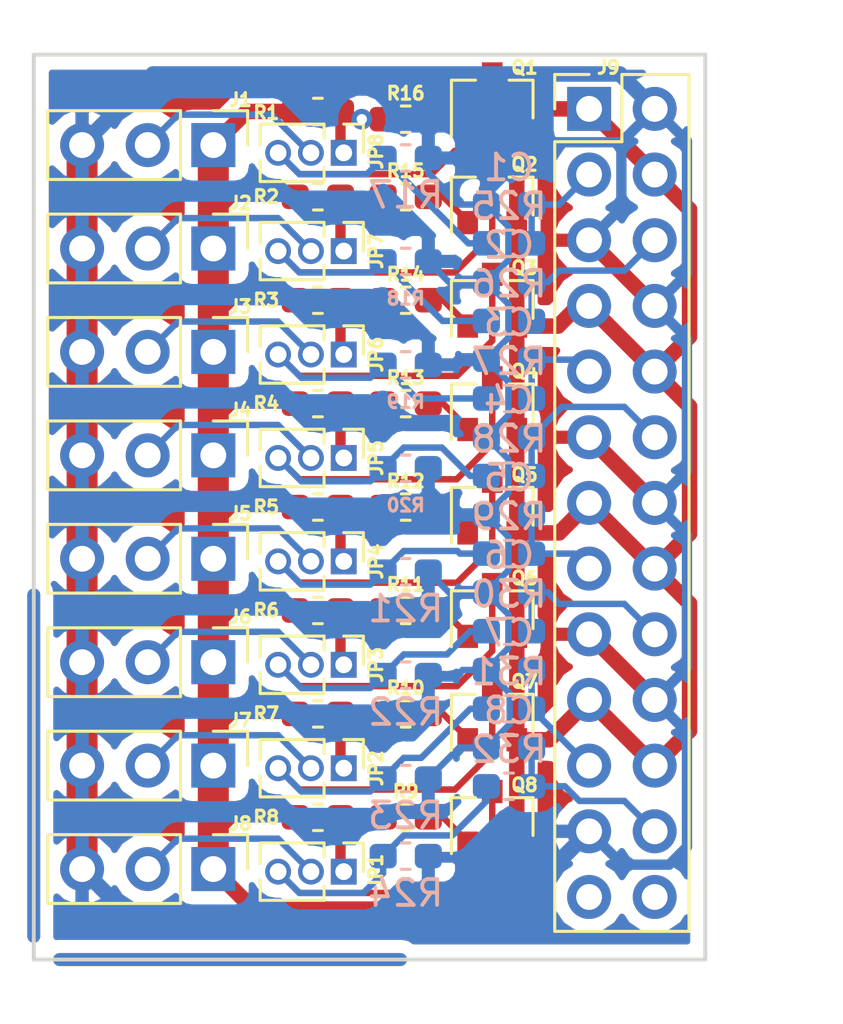
<source format=kicad_pcb>
(kicad_pcb (version 20171130) (host pcbnew 5.0.2-bee76a0~70~ubuntu18.04.1)
  (layers (0 F.Cu signal) (1 In1.Cu signal) (2 In2.Cu signal) (31 B.Cu signal) (34 B.Paste user) (35 F.Paste user) (36 B.SilkS user) (37 F.SilkS user) (38 B.Mask user) (39 F.Mask user) (44 Edge.Cuts user))
  (net 0 "")
  (net 1 "Net-(C1-Pad1)")
  (net 2 "Net-(C2-Pad1)")
  (net 3 "Net-(C3-Pad1)")
  (net 4 "Net-(C4-Pad1)")
  (net 5 "Net-(C5-Pad1)")
  (net 6 "Net-(C6-Pad1)")
  (net 7 "Net-(C7-Pad1)")
  (net 8 "Net-(C8-Pad1)")
  (net 9 "Net-(J1-Pad2)")
  (net 10 "Net-(J2-Pad2)")
  (net 11 "Net-(J3-Pad2)")
  (net 12 "Net-(J4-Pad2)")
  (net 13 "Net-(J5-Pad2)")
  (net 14 "Net-(J6-Pad2)")
  (net 15 "Net-(J7-Pad2)")
  (net 16 "Net-(J8-Pad2)")
  (net 17 "Net-(J9-Pad25)")
  (net 18 "Net-(J9-Pad26)")
  (net 19 "Net-(JP1-Pad3)")
  (net 20 "Net-(JP1-Pad1)")
  (net 21 "Net-(JP2-Pad1)")
  (net 22 "Net-(JP2-Pad3)")
  (net 23 "Net-(JP3-Pad3)")
  (net 24 "Net-(JP3-Pad1)")
  (net 25 "Net-(JP4-Pad1)")
  (net 26 "Net-(JP4-Pad3)")
  (net 27 "Net-(JP5-Pad1)")
  (net 28 "Net-(JP5-Pad3)")
  (net 29 "Net-(JP6-Pad3)")
  (net 30 "Net-(JP6-Pad1)")
  (net 31 "Net-(JP7-Pad1)")
  (net 32 "Net-(JP7-Pad3)")
  (net 33 "Net-(JP8-Pad3)")
  (net 34 "Net-(JP8-Pad1)")
  (net 35 "Net-(Q1-Pad1)")
  (net 36 "Net-(Q2-Pad1)")
  (net 37 "Net-(Q3-Pad1)")
  (net 38 "Net-(Q4-Pad1)")
  (net 39 "Net-(Q5-Pad1)")
  (net 40 "Net-(Q6-Pad1)")
  (net 41 "Net-(Q7-Pad1)")
  (net 42 "Net-(Q8-Pad1)")
  (net 43 +5V)
  (net 44 GND)
  (module Resistor_SMD:R_0603_1608Metric_Pad1.05x0.95mm_HandSolder (layer B.Cu) (at 233.4 119)
    (fp_text reference R17 (at 0 1.43) (layer B.SilkS) (effects (justify mirror)))
    (fp_text value 47k)
    (pad 1 smd roundrect (at -0.875 0) (size 1.05 0.95) (layers B.Cu B.Paste B.Mask) (net 33 "Net-(JP8-Pad3)"))
    (pad 2 smd roundrect (at 0.875 0) (size 1.05 0.95) (layers B.Cu B.Paste B.Mask) (net 44 GND))
  )
  (module Connector_PinHeader_2.54mm:PinHeader_1x03_P2.54mm_Vertical (layer F.Cu) (at 225.95 118.5 270)
    (fp_text reference J1 (at -1.75 -1.05 180) (layer F.SilkS) (effects (font (size 0.5 0.5) (thickness 0.125))))
    (fp_text value Conn_01x03)
    (pad 1 thru_hole rect (at 0 0 270) (size 1.7 1.7) (drill 1) (layers *.Cu *.Mask) (net 43 +5V))
    (pad 2 thru_hole oval (at 0 2.54 270) (size 1.7 1.7) (drill 1) (layers *.Cu *.Mask) (net 9 "Net-(J1-Pad2)"))
    (pad 3 thru_hole oval (at 0 5.08 270) (size 1.7 1.7) (drill 1) (layers *.Cu *.Mask) (net 44 GND))
  )
  (module Connector_PinHeader_2.54mm:PinHeader_1x03_P2.54mm_Vertical (layer F.Cu) (at 225.95 122.5 270)
    (fp_text reference J2 (at -1.75 -1.05 180) (layer F.SilkS) (effects (font (size 0.5 0.5) (thickness 0.125))))
    (fp_text value Conn_01x03)
    (pad 3 thru_hole oval (at 0 5.08 270) (size 1.7 1.7) (drill 1) (layers *.Cu *.Mask) (net 44 GND))
    (pad 2 thru_hole oval (at 0 2.54 270) (size 1.7 1.7) (drill 1) (layers *.Cu *.Mask) (net 10 "Net-(J2-Pad2)"))
    (pad 1 thru_hole rect (at 0 0 270) (size 1.7 1.7) (drill 1) (layers *.Cu *.Mask) (net 43 +5V))
  )
  (module Connector_PinHeader_2.54mm:PinHeader_1x03_P2.54mm_Vertical (layer F.Cu) (at 225.95 126.5 270)
    (fp_text reference J3 (at -1.75 -1.05 180) (layer F.SilkS) (effects (font (size 0.5 0.5) (thickness 0.125))))
    (fp_text value Conn_01x03)
    (pad 1 thru_hole rect (at 0 0 270) (size 1.7 1.7) (drill 1) (layers *.Cu *.Mask) (net 43 +5V))
    (pad 2 thru_hole oval (at 0 2.54 270) (size 1.7 1.7) (drill 1) (layers *.Cu *.Mask) (net 11 "Net-(J3-Pad2)"))
    (pad 3 thru_hole oval (at 0 5.08 270) (size 1.7 1.7) (drill 1) (layers *.Cu *.Mask) (net 44 GND))
  )
  (module Connector_PinHeader_2.54mm:PinHeader_1x03_P2.54mm_Vertical (layer F.Cu) (at 225.95 130.5 270)
    (fp_text reference J4 (at -1.75 -1.05) (layer F.SilkS) (effects (font (size 0.5 0.5) (thickness 0.125))))
    (fp_text value Conn_01x03)
    (pad 3 thru_hole oval (at 0 5.08 270) (size 1.7 1.7) (drill 1) (layers *.Cu *.Mask) (net 44 GND))
    (pad 2 thru_hole oval (at 0 2.54 270) (size 1.7 1.7) (drill 1) (layers *.Cu *.Mask) (net 12 "Net-(J4-Pad2)"))
    (pad 1 thru_hole rect (at 0 0 270) (size 1.7 1.7) (drill 1) (layers *.Cu *.Mask) (net 43 +5V))
  )
  (module Connector_PinHeader_2.54mm:PinHeader_1x03_P2.54mm_Vertical (layer F.Cu) (at 225.95 134.5 270)
    (fp_text reference J5 (at -1.75 -1.05) (layer F.SilkS) (effects (font (size 0.5 0.5) (thickness 0.125))))
    (fp_text value Conn_01x03)
    (pad 1 thru_hole rect (at 0 0 270) (size 1.7 1.7) (drill 1) (layers *.Cu *.Mask) (net 43 +5V))
    (pad 2 thru_hole oval (at 0 2.54 270) (size 1.7 1.7) (drill 1) (layers *.Cu *.Mask) (net 13 "Net-(J5-Pad2)"))
    (pad 3 thru_hole oval (at 0 5.08 270) (size 1.7 1.7) (drill 1) (layers *.Cu *.Mask) (net 44 GND))
  )
  (module Connector_PinHeader_2.54mm:PinHeader_1x03_P2.54mm_Vertical (layer F.Cu) (at 225.95 138.5 270)
    (fp_text reference J6 (at -1.75 -1.05) (layer F.SilkS) (effects (font (size 0.5 0.5) (thickness 0.125))))
    (fp_text value Conn_01x03)
    (pad 3 thru_hole oval (at 0 5.08 270) (size 1.7 1.7) (drill 1) (layers *.Cu *.Mask) (net 44 GND))
    (pad 2 thru_hole oval (at 0 2.54 270) (size 1.7 1.7) (drill 1) (layers *.Cu *.Mask) (net 14 "Net-(J6-Pad2)"))
    (pad 1 thru_hole rect (at 0 0 270) (size 1.7 1.7) (drill 1) (layers *.Cu *.Mask) (net 43 +5V))
  )
  (module Connector_PinHeader_2.54mm:PinHeader_1x03_P2.54mm_Vertical (layer F.Cu) (at 225.95 142.5 270)
    (fp_text reference J7 (at -1.75 -1.05) (layer F.SilkS) (effects (font (size 0.5 0.5) (thickness 0.125))))
    (fp_text value Conn_01x03)
    (pad 1 thru_hole rect (at 0 0 270) (size 1.7 1.7) (drill 1) (layers *.Cu *.Mask) (net 43 +5V))
    (pad 2 thru_hole oval (at 0 2.54 270) (size 1.7 1.7) (drill 1) (layers *.Cu *.Mask) (net 15 "Net-(J7-Pad2)"))
    (pad 3 thru_hole oval (at 0 5.08 270) (size 1.7 1.7) (drill 1) (layers *.Cu *.Mask) (net 44 GND))
  )
  (module Connector_PinHeader_2.54mm:PinHeader_1x03_P2.54mm_Vertical (layer F.Cu) (at 225.95 146.5 270)
    (fp_text reference J8 (at -1.75 -1.05) (layer F.SilkS) (effects (font (size 0.5 0.5) (thickness 0.125))))
    (fp_text value Conn_01x03)
    (pad 3 thru_hole oval (at 0 5.08 270) (size 1.7 1.7) (drill 1) (layers *.Cu *.Mask) (net 44 GND))
    (pad 2 thru_hole oval (at 0 2.54 270) (size 1.7 1.7) (drill 1) (layers *.Cu *.Mask) (net 16 "Net-(J8-Pad2)"))
    (pad 1 thru_hole rect (at 0 0 270) (size 1.7 1.7) (drill 1) (layers *.Cu *.Mask) (net 43 +5V))
  )
  (module Resistor_SMD:R_0603_1608Metric_Pad1.05x0.95mm_HandSolder (layer F.Cu) (at 230 117.2)
    (fp_text reference R1 (at -2 0.05) (layer F.SilkS) (effects (font (size 0.5 0.5) (thickness 0.125))))
    (fp_text value 47k)
    (pad 1 smd roundrect (at -0.875 0) (size 1.05 0.95) (layers F.Cu F.Paste F.Mask) (net 43 +5V))
    (pad 2 smd roundrect (at 0.875 0) (size 1.05 0.95) (layers F.Cu F.Paste F.Mask) (net 34 "Net-(JP8-Pad1)"))
  )
  (module Resistor_SMD:R_0603_1608Metric_Pad1.05x0.95mm_HandSolder (layer F.Cu) (at 230 120.5)
    (fp_text reference R2 (at -2 0) (layer F.SilkS) (effects (font (size 0.5 0.5) (thickness 0.125))))
    (fp_text value 47k)
    (pad 2 smd roundrect (at 0.875 0) (size 1.05 0.95) (layers F.Cu F.Paste F.Mask) (net 31 "Net-(JP7-Pad1)"))
    (pad 1 smd roundrect (at -0.875 0) (size 1.05 0.95) (layers F.Cu F.Paste F.Mask) (net 43 +5V))
  )
  (module Resistor_SMD:R_0603_1608Metric_Pad1.05x0.95mm_HandSolder (layer F.Cu) (at 230 124.5)
    (fp_text reference R3 (at -2 0) (layer F.SilkS) (effects (font (size 0.5 0.5) (thickness 0.125))))
    (fp_text value 47k)
    (pad 1 smd roundrect (at -0.875 0) (size 1.05 0.95) (layers F.Cu F.Paste F.Mask) (net 43 +5V))
    (pad 2 smd roundrect (at 0.875 0) (size 1.05 0.95) (layers F.Cu F.Paste F.Mask) (net 30 "Net-(JP6-Pad1)"))
  )
  (module Resistor_SMD:R_0603_1608Metric_Pad1.05x0.95mm_HandSolder (layer F.Cu) (at 230 128.5)
    (fp_text reference R4 (at -2 0) (layer F.SilkS) (effects (font (size 0.5 0.5) (thickness 0.125))))
    (fp_text value 47k)
    (pad 2 smd roundrect (at 0.875 0) (size 1.05 0.95) (layers F.Cu F.Paste F.Mask) (net 27 "Net-(JP5-Pad1)"))
    (pad 1 smd roundrect (at -0.875 0) (size 1.05 0.95) (layers F.Cu F.Paste F.Mask) (net 43 +5V))
  )
  (module Resistor_SMD:R_0603_1608Metric_Pad1.05x0.95mm_HandSolder (layer F.Cu) (at 230 132.5)
    (fp_text reference R5 (at -2 0) (layer F.SilkS) (effects (font (size 0.5 0.5) (thickness 0.125))))
    (fp_text value 47k)
    (pad 1 smd roundrect (at -0.875 0) (size 1.05 0.95) (layers F.Cu F.Paste F.Mask) (net 43 +5V))
    (pad 2 smd roundrect (at 0.875 0) (size 1.05 0.95) (layers F.Cu F.Paste F.Mask) (net 25 "Net-(JP4-Pad1)"))
  )
  (module Resistor_SMD:R_0603_1608Metric_Pad1.05x0.95mm_HandSolder (layer F.Cu) (at 230 136.5)
    (fp_text reference R6 (at -2 0) (layer F.SilkS) (effects (font (size 0.5 0.5) (thickness 0.125))))
    (fp_text value 47k)
    (pad 2 smd roundrect (at 0.875 0) (size 1.05 0.95) (layers F.Cu F.Paste F.Mask) (net 24 "Net-(JP3-Pad1)"))
    (pad 1 smd roundrect (at -0.875 0) (size 1.05 0.95) (layers F.Cu F.Paste F.Mask) (net 43 +5V))
  )
  (module Resistor_SMD:R_0603_1608Metric_Pad1.05x0.95mm_HandSolder (layer F.Cu) (at 230 140.5)
    (fp_text reference R7 (at -2 0) (layer F.SilkS) (effects (font (size 0.5 0.5) (thickness 0.125))))
    (fp_text value 47k)
    (pad 1 smd roundrect (at -0.875 0) (size 1.05 0.95) (layers F.Cu F.Paste F.Mask) (net 43 +5V))
    (pad 2 smd roundrect (at 0.875 0) (size 1.05 0.95) (layers F.Cu F.Paste F.Mask) (net 21 "Net-(JP2-Pad1)"))
  )
  (module Resistor_SMD:R_0603_1608Metric_Pad1.05x0.95mm_HandSolder (layer F.Cu) (at 230 144.5)
    (fp_text reference R8 (at -2 0) (layer F.SilkS) (effects (font (size 0.5 0.5) (thickness 0.125))))
    (fp_text value 47k)
    (pad 2 smd roundrect (at 0.875 0) (size 1.05 0.95) (layers F.Cu F.Paste F.Mask) (net 20 "Net-(JP1-Pad1)"))
    (pad 1 smd roundrect (at -0.875 0) (size 1.05 0.95) (layers F.Cu F.Paste F.Mask) (net 43 +5V))
  )
  (module Capacitor_SMD:C_0603_1608Metric_Pad1.05x0.95mm_HandSolder (layer B.Cu) (at 237.4 120.8 180)
    (fp_text reference C1 (at 0 1.43 180) (layer B.SilkS) (effects (justify mirror)))
    (fp_text value 1uF)
    (pad 2 smd roundrect (at 0.875 0 180) (size 1.05 0.95) (layers B.Cu B.Paste B.Mask) (net 44 GND))
    (pad 1 smd roundrect (at -0.875 0 180) (size 1.05 0.95) (layers B.Cu B.Paste B.Mask) (net 1 "Net-(C1-Pad1)"))
  )
  (module Capacitor_SMD:C_0603_1608Metric_Pad1.05x0.95mm_HandSolder (layer B.Cu) (at 237.4 123.8 180)
    (fp_text reference C2 (at 0 1.43 180) (layer B.SilkS) (effects (justify mirror)))
    (fp_text value 1uF)
    (pad 1 smd roundrect (at -0.875 0 180) (size 1.05 0.95) (layers B.Cu B.Paste B.Mask) (net 2 "Net-(C2-Pad1)"))
    (pad 2 smd roundrect (at 0.875 0 180) (size 1.05 0.95) (layers B.Cu B.Paste B.Mask) (net 44 GND))
  )
  (module Capacitor_SMD:C_0603_1608Metric_Pad1.05x0.95mm_HandSolder (layer B.Cu) (at 237.4 126.8 180)
    (fp_text reference C3 (at 0 1.43 180) (layer B.SilkS) (effects (justify mirror)))
    (fp_text value 1uF)
    (pad 2 smd roundrect (at 0.875 0 180) (size 1.05 0.95) (layers B.Cu B.Paste B.Mask) (net 44 GND))
    (pad 1 smd roundrect (at -0.875 0 180) (size 1.05 0.95) (layers B.Cu B.Paste B.Mask) (net 3 "Net-(C3-Pad1)"))
  )
  (module Capacitor_SMD:C_0603_1608Metric_Pad1.05x0.95mm_HandSolder (layer B.Cu) (at 237.4 129.8 180)
    (fp_text reference C4 (at 0 1.43 180) (layer B.SilkS) (effects (justify mirror)))
    (fp_text value 1uF)
    (pad 1 smd roundrect (at -0.875 0 180) (size 1.05 0.95) (layers B.Cu B.Paste B.Mask) (net 4 "Net-(C4-Pad1)"))
    (pad 2 smd roundrect (at 0.875 0 180) (size 1.05 0.95) (layers B.Cu B.Paste B.Mask) (net 44 GND))
  )
  (module Capacitor_SMD:C_0603_1608Metric_Pad1.05x0.95mm_HandSolder (layer B.Cu) (at 237.4 132.8 180)
    (fp_text reference C5 (at 0 1.43 180) (layer B.SilkS) (effects (justify mirror)))
    (fp_text value 1uF)
    (pad 2 smd roundrect (at 0.875 0 180) (size 1.05 0.95) (layers B.Cu B.Paste B.Mask) (net 44 GND))
    (pad 1 smd roundrect (at -0.875 0 180) (size 1.05 0.95) (layers B.Cu B.Paste B.Mask) (net 5 "Net-(C5-Pad1)"))
  )
  (module Capacitor_SMD:C_0603_1608Metric_Pad1.05x0.95mm_HandSolder (layer B.Cu) (at 237.4 135.8 180)
    (fp_text reference C6 (at 0 1.43 180) (layer B.SilkS) (effects (justify mirror)))
    (fp_text value 1uF)
    (pad 1 smd roundrect (at -0.875 0 180) (size 1.05 0.95) (layers B.Cu B.Paste B.Mask) (net 6 "Net-(C6-Pad1)"))
    (pad 2 smd roundrect (at 0.875 0 180) (size 1.05 0.95) (layers B.Cu B.Paste B.Mask) (net 44 GND))
  )
  (module Capacitor_SMD:C_0603_1608Metric_Pad1.05x0.95mm_HandSolder (layer B.Cu) (at 237.4 138.8 180)
    (fp_text reference C7 (at 0 1.43 180) (layer B.SilkS) (effects (justify mirror)))
    (fp_text value 1uF)
    (pad 2 smd roundrect (at 0.875 0 180) (size 1.05 0.95) (layers B.Cu B.Paste B.Mask) (net 44 GND))
    (pad 1 smd roundrect (at -0.875 0 180) (size 1.05 0.95) (layers B.Cu B.Paste B.Mask) (net 7 "Net-(C7-Pad1)"))
  )
  (module Capacitor_SMD:C_0603_1608Metric_Pad1.05x0.95mm_HandSolder (layer B.Cu) (at 237.4 141.8 180)
    (fp_text reference C8 (at 0 1.43 180) (layer B.SilkS) (effects (justify mirror)))
    (fp_text value 1uF)
    (pad 1 smd roundrect (at -0.875 0 180) (size 1.05 0.95) (layers B.Cu B.Paste B.Mask) (net 8 "Net-(C8-Pad1)"))
    (pad 2 smd roundrect (at 0.875 0 180) (size 1.05 0.95) (layers B.Cu B.Paste B.Mask) (net 44 GND))
  )
  (module Connector_PinHeader_2.54mm:PinHeader_2x13_P2.54mm_Vertical (layer F.Cu) (at 240.5 117.1)
    (fp_text reference J9 (at 0.75 -1.6) (layer F.SilkS) (effects (font (size 0.5 0.5) (thickness 0.125))))
    (fp_text value Conn_02x13_Odd_Even)
    (pad 1 thru_hole rect (at 0 0) (size 1.7 1.7) (drill 1) (layers *.Cu *.Mask) (net 43 +5V))
    (pad 2 thru_hole oval (at 2.54 0) (size 1.7 1.7) (drill 1) (layers *.Cu *.Mask) (net 44 GND))
    (pad 3 thru_hole oval (at 0 2.54) (size 1.7 1.7) (drill 1) (layers *.Cu *.Mask) (net 1 "Net-(C1-Pad1)"))
    (pad 4 thru_hole oval (at 2.54 2.54) (size 1.7 1.7) (drill 1) (layers *.Cu *.Mask) (net 43 +5V))
    (pad 5 thru_hole oval (at 0 5.08) (size 1.7 1.7) (drill 1) (layers *.Cu *.Mask) (net 44 GND))
    (pad 6 thru_hole oval (at 2.54 5.08) (size 1.7 1.7) (drill 1) (layers *.Cu *.Mask) (net 2 "Net-(C2-Pad1)"))
    (pad 7 thru_hole oval (at 0 7.62) (size 1.7 1.7) (drill 1) (layers *.Cu *.Mask) (net 43 +5V))
    (pad 8 thru_hole oval (at 2.54 7.62) (size 1.7 1.7) (drill 1) (layers *.Cu *.Mask) (net 44 GND))
    (pad 9 thru_hole oval (at 0 10.16) (size 1.7 1.7) (drill 1) (layers *.Cu *.Mask) (net 3 "Net-(C3-Pad1)"))
    (pad 10 thru_hole oval (at 2.54 10.16) (size 1.7 1.7) (drill 1) (layers *.Cu *.Mask) (net 43 +5V))
    (pad 11 thru_hole oval (at 0 12.7) (size 1.7 1.7) (drill 1) (layers *.Cu *.Mask) (net 44 GND))
    (pad 12 thru_hole oval (at 2.54 12.7) (size 1.7 1.7) (drill 1) (layers *.Cu *.Mask) (net 4 "Net-(C4-Pad1)"))
    (pad 13 thru_hole oval (at 0 15.24) (size 1.7 1.7) (drill 1) (layers *.Cu *.Mask) (net 43 +5V))
    (pad 14 thru_hole oval (at 2.54 15.24) (size 1.7 1.7) (drill 1) (layers *.Cu *.Mask) (net 44 GND))
    (pad 15 thru_hole oval (at 0 17.78) (size 1.7 1.7) (drill 1) (layers *.Cu *.Mask) (net 5 "Net-(C5-Pad1)"))
    (pad 16 thru_hole oval (at 2.54 17.78) (size 1.7 1.7) (drill 1) (layers *.Cu *.Mask) (net 43 +5V))
    (pad 17 thru_hole oval (at 0 20.32) (size 1.7 1.7) (drill 1) (layers *.Cu *.Mask) (net 44 GND))
    (pad 18 thru_hole oval (at 2.54 20.32) (size 1.7 1.7) (drill 1) (layers *.Cu *.Mask) (net 6 "Net-(C6-Pad1)"))
    (pad 19 thru_hole oval (at 0 22.86) (size 1.7 1.7) (drill 1) (layers *.Cu *.Mask) (net 43 +5V))
    (pad 20 thru_hole oval (at 2.54 22.86) (size 1.7 1.7) (drill 1) (layers *.Cu *.Mask) (net 44 GND))
    (pad 21 thru_hole oval (at 0 25.4) (size 1.7 1.7) (drill 1) (layers *.Cu *.Mask) (net 7 "Net-(C7-Pad1)"))
    (pad 22 thru_hole oval (at 2.54 25.4) (size 1.7 1.7) (drill 1) (layers *.Cu *.Mask) (net 43 +5V))
    (pad 23 thru_hole oval (at 0 27.94) (size 1.7 1.7) (drill 1) (layers *.Cu *.Mask) (net 44 GND))
    (pad 24 thru_hole oval (at 2.54 27.94) (size 1.7 1.7) (drill 1) (layers *.Cu *.Mask) (net 8 "Net-(C8-Pad1)"))
    (pad 25 thru_hole oval (at 0 30.48) (size 1.7 1.7) (drill 1) (layers *.Cu *.Mask) (net 17 "Net-(J9-Pad25)"))
    (pad 26 thru_hole oval (at 2.54 30.48) (size 1.7 1.7) (drill 1) (layers *.Cu *.Mask) (net 18 "Net-(J9-Pad26)"))
  )
  (module Resistor_SMD:R_0603_1608Metric_Pad1.05x0.95mm_HandSolder (layer F.Cu) (at 233.4 144.5 180)
    (fp_text reference R9 (at 0 1 180) (layer F.SilkS) (effects (font (size 0.5 0.5) (thickness 0.125))))
    (fp_text value 2k)
    (pad 1 smd roundrect (at -0.875 0 180) (size 1.05 0.95) (layers F.Cu F.Paste F.Mask) (net 42 "Net-(Q8-Pad1)"))
    (pad 2 smd roundrect (at 0.875 0 180) (size 1.05 0.95) (layers F.Cu F.Paste F.Mask) (net 20 "Net-(JP1-Pad1)"))
  )
  (module Resistor_SMD:R_0603_1608Metric_Pad1.05x0.95mm_HandSolder (layer F.Cu) (at 233.4 140.5 180)
    (fp_text reference R10 (at 0 1 180) (layer F.SilkS) (effects (font (size 0.5 0.5) (thickness 0.125))))
    (fp_text value 2k)
    (pad 1 smd roundrect (at -0.875 0 180) (size 1.05 0.95) (layers F.Cu F.Paste F.Mask) (net 41 "Net-(Q7-Pad1)"))
    (pad 2 smd roundrect (at 0.875 0 180) (size 1.05 0.95) (layers F.Cu F.Paste F.Mask) (net 21 "Net-(JP2-Pad1)"))
  )
  (module Resistor_SMD:R_0603_1608Metric_Pad1.05x0.95mm_HandSolder (layer F.Cu) (at 233.4 136.5 180)
    (fp_text reference R11 (at 0 1 180) (layer F.SilkS) (effects (font (size 0.5 0.5) (thickness 0.125))))
    (fp_text value 2k)
    (pad 1 smd roundrect (at -0.875 0 180) (size 1.05 0.95) (layers F.Cu F.Paste F.Mask) (net 40 "Net-(Q6-Pad1)"))
    (pad 2 smd roundrect (at 0.875 0 180) (size 1.05 0.95) (layers F.Cu F.Paste F.Mask) (net 24 "Net-(JP3-Pad1)"))
  )
  (module Resistor_SMD:R_0603_1608Metric_Pad1.05x0.95mm_HandSolder (layer F.Cu) (at 233.4 132.5 180)
    (fp_text reference R12 (at 0 1 180) (layer F.SilkS) (effects (font (size 0.5 0.5) (thickness 0.125))))
    (fp_text value 2k)
    (pad 2 smd roundrect (at 0.875 0 180) (size 1.05 0.95) (layers F.Cu F.Paste F.Mask) (net 25 "Net-(JP4-Pad1)"))
    (pad 1 smd roundrect (at -0.875 0 180) (size 1.05 0.95) (layers F.Cu F.Paste F.Mask) (net 39 "Net-(Q5-Pad1)"))
  )
  (module Resistor_SMD:R_0603_1608Metric_Pad1.05x0.95mm_HandSolder (layer F.Cu) (at 233.4 128.5 180)
    (fp_text reference R13 (at 0 1 180) (layer F.SilkS) (effects (font (size 0.5 0.5) (thickness 0.125))))
    (fp_text value 2k)
    (pad 1 smd roundrect (at -0.875 0 180) (size 1.05 0.95) (layers F.Cu F.Paste F.Mask) (net 38 "Net-(Q4-Pad1)"))
    (pad 2 smd roundrect (at 0.875 0 180) (size 1.05 0.95) (layers F.Cu F.Paste F.Mask) (net 27 "Net-(JP5-Pad1)"))
  )
  (module Resistor_SMD:R_0603_1608Metric_Pad1.05x0.95mm_HandSolder (layer F.Cu) (at 233.4 124.5 180)
    (fp_text reference R14 (at 0 1 180) (layer F.SilkS) (effects (font (size 0.5 0.5) (thickness 0.125))))
    (fp_text value 2k)
    (pad 2 smd roundrect (at 0.875 0 180) (size 1.05 0.95) (layers F.Cu F.Paste F.Mask) (net 30 "Net-(JP6-Pad1)"))
    (pad 1 smd roundrect (at -0.875 0 180) (size 1.05 0.95) (layers F.Cu F.Paste F.Mask) (net 37 "Net-(Q3-Pad1)"))
  )
  (module Resistor_SMD:R_0603_1608Metric_Pad1.05x0.95mm_HandSolder (layer F.Cu) (at 233.4 120.5 180)
    (fp_text reference R15 (at 0 1 180) (layer F.SilkS) (effects (font (size 0.5 0.5) (thickness 0.125))))
    (fp_text value 2k)
    (pad 1 smd roundrect (at -0.875 0 180) (size 1.05 0.95) (layers F.Cu F.Paste F.Mask) (net 36 "Net-(Q2-Pad1)"))
    (pad 2 smd roundrect (at 0.875 0 180) (size 1.05 0.95) (layers F.Cu F.Paste F.Mask) (net 31 "Net-(JP7-Pad1)"))
  )
  (module Resistor_SMD:R_0603_1608Metric_Pad1.05x0.95mm_HandSolder (layer F.Cu) (at 233.4 117.5 180)
    (fp_text reference R16 (at 0 1 180) (layer F.SilkS) (effects (font (size 0.5 0.5) (thickness 0.125))))
    (fp_text value 2k)
    (pad 2 smd roundrect (at 0.875 0 180) (size 1.05 0.95) (layers F.Cu F.Paste F.Mask) (net 34 "Net-(JP8-Pad1)"))
    (pad 1 smd roundrect (at -0.875 0 180) (size 1.05 0.95) (layers F.Cu F.Paste F.Mask) (net 35 "Net-(Q1-Pad1)"))
  )
  (module Resistor_SMD:R_0603_1608Metric_Pad1.05x0.95mm_HandSolder (layer B.Cu) (at 233.4 123)
    (fp_text reference R18 (at 0 1.43) (layer B.SilkS) (effects (font (size 0.5 0.5) (thickness 0.125)) (justify mirror)))
    (fp_text value 47k)
    (pad 2 smd roundrect (at 0.875 0) (size 1.05 0.95) (layers B.Cu B.Paste B.Mask) (net 44 GND))
    (pad 1 smd roundrect (at -0.875 0) (size 1.05 0.95) (layers B.Cu B.Paste B.Mask) (net 32 "Net-(JP7-Pad3)"))
  )
  (module Resistor_SMD:R_0603_1608Metric_Pad1.05x0.95mm_HandSolder (layer B.Cu) (at 233.4 127)
    (fp_text reference R19 (at 0 1.43) (layer B.SilkS) (effects (font (size 0.5 0.5) (thickness 0.125)) (justify mirror)))
    (fp_text value 47k)
    (pad 1 smd roundrect (at -0.875 0) (size 1.05 0.95) (layers B.Cu B.Paste B.Mask) (net 29 "Net-(JP6-Pad3)"))
    (pad 2 smd roundrect (at 0.875 0) (size 1.05 0.95) (layers B.Cu B.Paste B.Mask) (net 44 GND))
  )
  (module Resistor_SMD:R_0603_1608Metric_Pad1.05x0.95mm_HandSolder (layer B.Cu) (at 233.4 131)
    (fp_text reference R20 (at 0 1.43) (layer B.SilkS) (effects (font (size 0.5 0.5) (thickness 0.125)) (justify mirror)))
    (fp_text value 47k)
    (pad 2 smd roundrect (at 0.875 0) (size 1.05 0.95) (layers B.Cu B.Paste B.Mask) (net 44 GND))
    (pad 1 smd roundrect (at -0.875 0) (size 1.05 0.95) (layers B.Cu B.Paste B.Mask) (net 28 "Net-(JP5-Pad3)"))
  )
  (module Resistor_SMD:R_0603_1608Metric_Pad1.05x0.95mm_HandSolder (layer B.Cu) (at 233.4 135)
    (fp_text reference R21 (at 0 1.43) (layer B.SilkS) (effects (justify mirror)))
    (fp_text value 47k)
    (pad 1 smd roundrect (at -0.875 0) (size 1.05 0.95) (layers B.Cu B.Paste B.Mask) (net 26 "Net-(JP4-Pad3)"))
    (pad 2 smd roundrect (at 0.875 0) (size 1.05 0.95) (layers B.Cu B.Paste B.Mask) (net 44 GND))
  )
  (module Resistor_SMD:R_0603_1608Metric_Pad1.05x0.95mm_HandSolder (layer B.Cu) (at 233.4 139)
    (fp_text reference R22 (at 0 1.43) (layer B.SilkS) (effects (justify mirror)))
    (fp_text value 47k)
    (pad 2 smd roundrect (at 0.875 0) (size 1.05 0.95) (layers B.Cu B.Paste B.Mask) (net 44 GND))
    (pad 1 smd roundrect (at -0.875 0) (size 1.05 0.95) (layers B.Cu B.Paste B.Mask) (net 23 "Net-(JP3-Pad3)"))
  )
  (module Resistor_SMD:R_0603_1608Metric_Pad1.05x0.95mm_HandSolder (layer B.Cu) (at 233.4 143)
    (fp_text reference R23 (at 0 1.43) (layer B.SilkS) (effects (justify mirror)))
    (fp_text value 47k)
    (pad 2 smd roundrect (at 0.875 0) (size 1.05 0.95) (layers B.Cu B.Paste B.Mask) (net 44 GND))
    (pad 1 smd roundrect (at -0.875 0) (size 1.05 0.95) (layers B.Cu B.Paste B.Mask) (net 22 "Net-(JP2-Pad3)"))
  )
  (module Resistor_SMD:R_0603_1608Metric_Pad1.05x0.95mm_HandSolder (layer B.Cu) (at 233.4 146)
    (fp_text reference R24 (at 0 1.43) (layer B.SilkS) (effects (justify mirror)))
    (fp_text value 47k)
    (pad 1 smd roundrect (at -0.875 0) (size 1.05 0.95) (layers B.Cu B.Paste B.Mask) (net 19 "Net-(JP1-Pad3)"))
    (pad 2 smd roundrect (at 0.875 0) (size 1.05 0.95) (layers B.Cu B.Paste B.Mask) (net 44 GND))
  )
  (module Resistor_SMD:R_0603_1608Metric_Pad1.05x0.95mm_HandSolder (layer B.Cu) (at 237.4 122.3 180)
    (fp_text reference R25 (at 0 1.43 180) (layer B.SilkS) (effects (justify mirror)))
    (fp_text value 1k)
    (pad 2 smd roundrect (at 0.875 0 180) (size 1.05 0.95) (layers B.Cu B.Paste B.Mask) (net 33 "Net-(JP8-Pad3)"))
    (pad 1 smd roundrect (at -0.875 0 180) (size 1.05 0.95) (layers B.Cu B.Paste B.Mask) (net 1 "Net-(C1-Pad1)"))
  )
  (module Resistor_SMD:R_0603_1608Metric_Pad1.05x0.95mm_HandSolder (layer B.Cu) (at 237.4 125.3 180)
    (fp_text reference R26 (at 0 1.43 180) (layer B.SilkS) (effects (justify mirror)))
    (fp_text value 1k)
    (pad 1 smd roundrect (at -0.875 0 180) (size 1.05 0.95) (layers B.Cu B.Paste B.Mask) (net 2 "Net-(C2-Pad1)"))
    (pad 2 smd roundrect (at 0.875 0 180) (size 1.05 0.95) (layers B.Cu B.Paste B.Mask) (net 32 "Net-(JP7-Pad3)"))
  )
  (module Resistor_SMD:R_0603_1608Metric_Pad1.05x0.95mm_HandSolder (layer B.Cu) (at 237.4 128.3 180)
    (fp_text reference R27 (at 0 1.43 180) (layer B.SilkS) (effects (justify mirror)))
    (fp_text value 1k)
    (pad 2 smd roundrect (at 0.875 0 180) (size 1.05 0.95) (layers B.Cu B.Paste B.Mask) (net 29 "Net-(JP6-Pad3)"))
    (pad 1 smd roundrect (at -0.875 0 180) (size 1.05 0.95) (layers B.Cu B.Paste B.Mask) (net 3 "Net-(C3-Pad1)"))
  )
  (module Resistor_SMD:R_0603_1608Metric_Pad1.05x0.95mm_HandSolder (layer B.Cu) (at 237.4 131.3 180)
    (fp_text reference R28 (at 0 1.43 180) (layer B.SilkS) (effects (justify mirror)))
    (fp_text value 1k)
    (pad 1 smd roundrect (at -0.875 0 180) (size 1.05 0.95) (layers B.Cu B.Paste B.Mask) (net 4 "Net-(C4-Pad1)"))
    (pad 2 smd roundrect (at 0.875 0 180) (size 1.05 0.95) (layers B.Cu B.Paste B.Mask) (net 28 "Net-(JP5-Pad3)"))
  )
  (module Resistor_SMD:R_0603_1608Metric_Pad1.05x0.95mm_HandSolder (layer B.Cu) (at 237.4 134.3 180)
    (fp_text reference R29 (at 0 1.43 180) (layer B.SilkS) (effects (justify mirror)))
    (fp_text value 1k)
    (pad 2 smd roundrect (at 0.875 0 180) (size 1.05 0.95) (layers B.Cu B.Paste B.Mask) (net 26 "Net-(JP4-Pad3)"))
    (pad 1 smd roundrect (at -0.875 0 180) (size 1.05 0.95) (layers B.Cu B.Paste B.Mask) (net 5 "Net-(C5-Pad1)"))
  )
  (module Resistor_SMD:R_0603_1608Metric_Pad1.05x0.95mm_HandSolder (layer B.Cu) (at 237.4 137.3 180)
    (fp_text reference R30 (at 0 1.43 180) (layer B.SilkS) (effects (justify mirror)))
    (fp_text value 1k)
    (pad 1 smd roundrect (at -0.875 0 180) (size 1.05 0.95) (layers B.Cu B.Paste B.Mask) (net 6 "Net-(C6-Pad1)"))
    (pad 2 smd roundrect (at 0.875 0 180) (size 1.05 0.95) (layers B.Cu B.Paste B.Mask) (net 23 "Net-(JP3-Pad3)"))
  )
  (module Resistor_SMD:R_0603_1608Metric_Pad1.05x0.95mm_HandSolder (layer B.Cu) (at 237.4 140.3 180)
    (fp_text reference R31 (at 0 1.43 180) (layer B.SilkS) (effects (justify mirror)))
    (fp_text value 1k)
    (pad 2 smd roundrect (at 0.875 0 180) (size 1.05 0.95) (layers B.Cu B.Paste B.Mask) (net 22 "Net-(JP2-Pad3)"))
    (pad 1 smd roundrect (at -0.875 0 180) (size 1.05 0.95) (layers B.Cu B.Paste B.Mask) (net 7 "Net-(C7-Pad1)"))
  )
  (module Resistor_SMD:R_0603_1608Metric_Pad1.05x0.95mm_HandSolder (layer B.Cu) (at 237.4 143.3 180)
    (fp_text reference R32 (at 0 1.43 180) (layer B.SilkS) (effects (justify mirror)))
    (fp_text value 1k)
    (pad 2 smd roundrect (at 0.875 0 180) (size 1.05 0.95) (layers B.Cu B.Paste B.Mask) (net 19 "Net-(JP1-Pad3)"))
    (pad 1 smd roundrect (at -0.875 0 180) (size 1.05 0.95) (layers B.Cu B.Paste B.Mask) (net 8 "Net-(C8-Pad1)"))
  )
  (module Package_TO_SOT_SMD:SOT-23 (layer F.Cu) (at 236.75 116.75 90)
    (fp_text reference Q1 (at 1.25 1.25) (layer F.SilkS) (effects (font (size 0.5 0.5) (thickness 0.125))))
    (fp_text value BC857)
    (pad 3 smd rect (at 1 0 90) (size 0.9 0.8) (layers F.Cu F.Paste F.Mask) (net 33 "Net-(JP8-Pad3)"))
    (pad 2 smd rect (at -1 0.95 90) (size 0.9 0.8) (layers F.Cu F.Paste F.Mask) (net 43 +5V))
    (pad 1 smd rect (at -1 -0.95 90) (size 0.9 0.8) (layers F.Cu F.Paste F.Mask) (net 35 "Net-(Q1-Pad1)"))
  )
  (module Package_TO_SOT_SMD:SOT-23 (layer F.Cu) (at 236.75 120.5 90)
    (fp_text reference Q2 (at 1.25 1.25) (layer F.SilkS) (effects (font (size 0.5 0.5) (thickness 0.125))))
    (fp_text value BC857)
    (pad 1 smd rect (at -1 -0.95 90) (size 0.9 0.8) (layers F.Cu F.Paste F.Mask) (net 36 "Net-(Q2-Pad1)"))
    (pad 2 smd rect (at -1 0.95 90) (size 0.9 0.8) (layers F.Cu F.Paste F.Mask) (net 43 +5V))
    (pad 3 smd rect (at 1 0 90) (size 0.9 0.8) (layers F.Cu F.Paste F.Mask) (net 32 "Net-(JP7-Pad3)"))
  )
  (module Package_TO_SOT_SMD:SOT-23 (layer F.Cu) (at 236.75 124.5 90)
    (fp_text reference Q3 (at 1.25 1.25) (layer F.SilkS) (effects (font (size 0.5 0.5) (thickness 0.125))))
    (fp_text value BC857)
    (pad 3 smd rect (at 1 0 90) (size 0.9 0.8) (layers F.Cu F.Paste F.Mask) (net 29 "Net-(JP6-Pad3)"))
    (pad 2 smd rect (at -1 0.95 90) (size 0.9 0.8) (layers F.Cu F.Paste F.Mask) (net 43 +5V))
    (pad 1 smd rect (at -1 -0.95 90) (size 0.9 0.8) (layers F.Cu F.Paste F.Mask) (net 37 "Net-(Q3-Pad1)"))
  )
  (module Package_TO_SOT_SMD:SOT-23 (layer F.Cu) (at 236.75 128.5 90)
    (fp_text reference Q4 (at 1.25 1.25 180) (layer F.SilkS) (effects (font (size 0.5 0.5) (thickness 0.125))))
    (fp_text value BC857)
    (pad 1 smd rect (at -1 -0.95 90) (size 0.9 0.8) (layers F.Cu F.Paste F.Mask) (net 38 "Net-(Q4-Pad1)"))
    (pad 2 smd rect (at -1 0.95 90) (size 0.9 0.8) (layers F.Cu F.Paste F.Mask) (net 43 +5V))
    (pad 3 smd rect (at 1 0 90) (size 0.9 0.8) (layers F.Cu F.Paste F.Mask) (net 28 "Net-(JP5-Pad3)"))
  )
  (module Package_TO_SOT_SMD:SOT-23 (layer F.Cu) (at 236.75 132.5 90)
    (fp_text reference Q5 (at 1.25 1.25 180) (layer F.SilkS) (effects (font (size 0.5 0.5) (thickness 0.125))))
    (fp_text value BC857)
    (pad 3 smd rect (at 1 0 90) (size 0.9 0.8) (layers F.Cu F.Paste F.Mask) (net 26 "Net-(JP4-Pad3)"))
    (pad 2 smd rect (at -1 0.95 90) (size 0.9 0.8) (layers F.Cu F.Paste F.Mask) (net 43 +5V))
    (pad 1 smd rect (at -1 -0.95 90) (size 0.9 0.8) (layers F.Cu F.Paste F.Mask) (net 39 "Net-(Q5-Pad1)"))
  )
  (module Package_TO_SOT_SMD:SOT-23 (layer F.Cu) (at 236.75 136.5 90)
    (fp_text reference Q6 (at 1.25 1.25 180) (layer F.SilkS) (effects (font (size 0.5 0.5) (thickness 0.125))))
    (fp_text value BC857)
    (pad 1 smd rect (at -1 -0.95 90) (size 0.9 0.8) (layers F.Cu F.Paste F.Mask) (net 40 "Net-(Q6-Pad1)"))
    (pad 2 smd rect (at -1 0.95 90) (size 0.9 0.8) (layers F.Cu F.Paste F.Mask) (net 43 +5V))
    (pad 3 smd rect (at 1 0 90) (size 0.9 0.8) (layers F.Cu F.Paste F.Mask) (net 23 "Net-(JP3-Pad3)"))
  )
  (module Package_TO_SOT_SMD:SOT-23 (layer F.Cu) (at 236.75 140.5 90)
    (fp_text reference Q7 (at 1.25 1.25 180) (layer F.SilkS) (effects (font (size 0.5 0.5) (thickness 0.125))))
    (fp_text value BC857)
    (pad 3 smd rect (at 1 0 90) (size 0.9 0.8) (layers F.Cu F.Paste F.Mask) (net 22 "Net-(JP2-Pad3)"))
    (pad 2 smd rect (at -1 0.95 90) (size 0.9 0.8) (layers F.Cu F.Paste F.Mask) (net 43 +5V))
    (pad 1 smd rect (at -1 -0.95 90) (size 0.9 0.8) (layers F.Cu F.Paste F.Mask) (net 41 "Net-(Q7-Pad1)"))
  )
  (module Package_TO_SOT_SMD:SOT-23 (layer F.Cu) (at 236.75 144.5 90)
    (fp_text reference Q8 (at 1.25 1.25 180) (layer F.SilkS) (effects (font (size 0.5 0.5) (thickness 0.125))))
    (fp_text value BC857)
    (pad 1 smd rect (at -1 -0.95 90) (size 0.9 0.8) (layers F.Cu F.Paste F.Mask) (net 42 "Net-(Q8-Pad1)"))
    (pad 2 smd rect (at -1 0.95 90) (size 0.9 0.8) (layers F.Cu F.Paste F.Mask) (net 43 +5V))
    (pad 3 smd rect (at 1 0 90) (size 0.9 0.8) (layers F.Cu F.Paste F.Mask) (net 19 "Net-(JP1-Pad3)"))
  )
  (module Connector_PinHeader_1.27mm:PinHeader_1x03_P1.27mm_Vertical (layer F.Cu) (at 231 146.6 270)
    (fp_text reference JP1 (at 0 -1.25 270) (layer F.SilkS) (effects (font (size 0.5 0.5) (thickness 0.125))))
    (fp_text value Jumper_3_Open)
    (pad 3 thru_hole oval (at 0 2.54 270) (size 1 1) (drill 0.65) (layers *.Cu *.Mask) (net 19 "Net-(JP1-Pad3)"))
    (pad 2 thru_hole oval (at 0 1.27 270) (size 1 1) (drill 0.65) (layers *.Cu *.Mask) (net 16 "Net-(J8-Pad2)"))
    (pad 1 thru_hole rect (at 0 0 270) (size 1 1) (drill 0.65) (layers *.Cu *.Mask) (net 20 "Net-(JP1-Pad1)"))
  )
  (module Connector_PinHeader_1.27mm:PinHeader_1x03_P1.27mm_Vertical (layer F.Cu) (at 231 142.6 270)
    (fp_text reference JP2 (at 0 -1.25 270) (layer F.SilkS) (effects (font (size 0.5 0.5) (thickness 0.125))))
    (fp_text value Jumper_3_Open)
    (pad 1 thru_hole rect (at 0 0 270) (size 1 1) (drill 0.65) (layers *.Cu *.Mask) (net 21 "Net-(JP2-Pad1)"))
    (pad 2 thru_hole oval (at 0 1.27 270) (size 1 1) (drill 0.65) (layers *.Cu *.Mask) (net 15 "Net-(J7-Pad2)"))
    (pad 3 thru_hole oval (at 0 2.54 270) (size 1 1) (drill 0.65) (layers *.Cu *.Mask) (net 22 "Net-(JP2-Pad3)"))
  )
  (module Connector_PinHeader_1.27mm:PinHeader_1x03_P1.27mm_Vertical (layer F.Cu) (at 231 138.6 270)
    (fp_text reference JP3 (at 0 -1.25 270) (layer F.SilkS) (effects (font (size 0.5 0.5) (thickness 0.125))))
    (fp_text value Jumper_3_Open)
    (pad 3 thru_hole oval (at 0 2.54 270) (size 1 1) (drill 0.65) (layers *.Cu *.Mask) (net 23 "Net-(JP3-Pad3)"))
    (pad 2 thru_hole oval (at 0 1.27 270) (size 1 1) (drill 0.65) (layers *.Cu *.Mask) (net 14 "Net-(J6-Pad2)"))
    (pad 1 thru_hole rect (at 0 0 270) (size 1 1) (drill 0.65) (layers *.Cu *.Mask) (net 24 "Net-(JP3-Pad1)"))
  )
  (module Connector_PinHeader_1.27mm:PinHeader_1x03_P1.27mm_Vertical (layer F.Cu) (at 231 134.6 270)
    (fp_text reference JP4 (at 0 -1.25 270) (layer F.SilkS) (effects (font (size 0.5 0.5) (thickness 0.125))))
    (fp_text value Jumper_3_Open)
    (pad 1 thru_hole rect (at 0 0 270) (size 1 1) (drill 0.65) (layers *.Cu *.Mask) (net 25 "Net-(JP4-Pad1)"))
    (pad 2 thru_hole oval (at 0 1.27 270) (size 1 1) (drill 0.65) (layers *.Cu *.Mask) (net 13 "Net-(J5-Pad2)"))
    (pad 3 thru_hole oval (at 0 2.54 270) (size 1 1) (drill 0.65) (layers *.Cu *.Mask) (net 26 "Net-(JP4-Pad3)"))
  )
  (module Connector_PinHeader_1.27mm:PinHeader_1x03_P1.27mm_Vertical (layer F.Cu) (at 231 130.6 270)
    (fp_text reference JP5 (at 0 -1.25 270) (layer F.SilkS) (effects (font (size 0.5 0.5) (thickness 0.125))))
    (fp_text value Jumper_3_Open)
    (pad 3 thru_hole oval (at 0 2.54 270) (size 1 1) (drill 0.65) (layers *.Cu *.Mask) (net 28 "Net-(JP5-Pad3)"))
    (pad 2 thru_hole oval (at 0 1.27 270) (size 1 1) (drill 0.65) (layers *.Cu *.Mask) (net 12 "Net-(J4-Pad2)"))
    (pad 1 thru_hole rect (at 0 0 270) (size 1 1) (drill 0.65) (layers *.Cu *.Mask) (net 27 "Net-(JP5-Pad1)"))
  )
  (module Connector_PinHeader_1.27mm:PinHeader_1x03_P1.27mm_Vertical (layer F.Cu) (at 231 126.6 270)
    (fp_text reference JP6 (at 0 -1.25 270) (layer F.SilkS) (effects (font (size 0.5 0.5) (thickness 0.125))))
    (fp_text value Jumper_3_Open)
    (pad 1 thru_hole rect (at 0 0 270) (size 1 1) (drill 0.65) (layers *.Cu *.Mask) (net 30 "Net-(JP6-Pad1)"))
    (pad 2 thru_hole oval (at 0 1.27 270) (size 1 1) (drill 0.65) (layers *.Cu *.Mask) (net 11 "Net-(J3-Pad2)"))
    (pad 3 thru_hole oval (at 0 2.54 270) (size 1 1) (drill 0.65) (layers *.Cu *.Mask) (net 29 "Net-(JP6-Pad3)"))
  )
  (module Connector_PinHeader_1.27mm:PinHeader_1x03_P1.27mm_Vertical (layer F.Cu) (at 231 122.6 270)
    (fp_text reference JP7 (at 0 -1.25 270) (layer F.SilkS) (effects (font (size 0.5 0.5) (thickness 0.125))))
    (fp_text value Jumper_3_Open)
    (pad 3 thru_hole oval (at 0 2.54 270) (size 1 1) (drill 0.65) (layers *.Cu *.Mask) (net 32 "Net-(JP7-Pad3)"))
    (pad 2 thru_hole oval (at 0 1.27 270) (size 1 1) (drill 0.65) (layers *.Cu *.Mask) (net 10 "Net-(J2-Pad2)"))
    (pad 1 thru_hole rect (at 0 0 270) (size 1 1) (drill 0.65) (layers *.Cu *.Mask) (net 31 "Net-(JP7-Pad1)"))
  )
  (module Connector_PinHeader_1.27mm:PinHeader_1x03_P1.27mm_Vertical (layer F.Cu) (at 231 118.8 270)
    (fp_text reference JP8 (at -0.05 -1.25 270) (layer F.SilkS) (effects (font (size 0.5 0.5) (thickness 0.125))))
    (fp_text value Jumper_3_Open)
    (pad 1 thru_hole rect (at 0 0 270) (size 1 1) (drill 0.65) (layers *.Cu *.Mask) (net 34 "Net-(JP8-Pad1)"))
    (pad 2 thru_hole oval (at 0 1.27 270) (size 1 1) (drill 0.65) (layers *.Cu *.Mask) (net 9 "Net-(J1-Pad2)"))
    (pad 3 thru_hole oval (at 0 2.54 270) (size 1 1) (drill 0.65) (layers *.Cu *.Mask) (net 33 "Net-(JP8-Pad3)"))
  )
  (gr_line (start 245 115) (end 245 150) (layer Edge.Cuts) (width 0.15))
  (gr_line (start 219 115) (end 245 115) (layer Edge.Cuts) (width 0.15))
  (gr_line (start 219 150) (end 219 115) (layer Edge.Cuts) (width 0.15))
  (gr_line (start 245 150) (end 219 150) (layer Edge.Cuts) (width 0.15))
  (segment (start 220 150) (end 233.2 150) (width 0.5) (layer B.Cu) (net 0))
  (segment (start 220 150) (end 233.2 150) (width 0.5) (layer F.Cu) (net 0))
  (segment (start 219 135.9) (end 219 149.1) (width 0.5) (layer F.Cu) (net 0))
  (segment (start 219 135.9) (end 219 149.1) (width 0.5) (layer B.Cu) (net 0))
  (segment (start 238.275 122.3) (end 238.275 120.8) (width 0.25) (layer B.Cu) (net 1))
  (segment (start 239.34 120.8) (end 240.5 119.64) (width 0.25) (layer B.Cu) (net 1))
  (segment (start 238.275 120.8) (end 239.34 120.8) (width 0.25) (layer B.Cu) (net 1))
  (segment (start 238.275 125.3) (end 238.275 123.8) (width 0.25) (layer B.Cu) (net 2))
  (segment (start 241.864999 123.355001) (end 242.190001 123.029999) (width 0.25) (layer B.Cu) (net 2))
  (segment (start 239.344999 123.355001) (end 241.864999 123.355001) (width 0.25) (layer B.Cu) (net 2))
  (segment (start 238.9 123.8) (end 239.344999 123.355001) (width 0.25) (layer B.Cu) (net 2))
  (segment (start 242.190001 123.029999) (end 243.04 122.18) (width 0.25) (layer B.Cu) (net 2))
  (segment (start 238.275 123.8) (end 238.9 123.8) (width 0.25) (layer B.Cu) (net 2))
  (segment (start 238.275 128.3) (end 238.275 126.8) (width 0.25) (layer B.Cu) (net 3))
  (segment (start 240.04 126.8) (end 240.5 127.26) (width 0.25) (layer B.Cu) (net 3))
  (segment (start 238.275 126.8) (end 240.04 126.8) (width 0.25) (layer B.Cu) (net 3))
  (segment (start 238.275 131.3) (end 238.275 129.8) (width 0.25) (layer B.Cu) (net 4))
  (segment (start 241.864999 128.624999) (end 242.190001 128.950001) (width 0.25) (layer B.Cu) (net 4))
  (segment (start 242.190001 128.950001) (end 243.04 129.8) (width 0.25) (layer B.Cu) (net 4))
  (segment (start 239.450001 128.624999) (end 241.864999 128.624999) (width 0.25) (layer B.Cu) (net 4))
  (segment (start 238.275 129.8) (end 239.450001 128.624999) (width 0.25) (layer B.Cu) (net 4))
  (segment (start 238.275 134.3) (end 238.275 132.8) (width 0.25) (layer B.Cu) (net 5))
  (segment (start 239.92 134.3) (end 240.5 134.88) (width 0.25) (layer B.Cu) (net 5))
  (segment (start 238.275 134.3) (end 239.92 134.3) (width 0.25) (layer B.Cu) (net 5))
  (segment (start 238.275 137.3) (end 238.275 135.8) (width 0.25) (layer B.Cu) (net 6))
  (segment (start 241.864999 136.244999) (end 242.190001 136.570001) (width 0.25) (layer B.Cu) (net 6))
  (segment (start 239.344999 136.244999) (end 241.864999 136.244999) (width 0.25) (layer B.Cu) (net 6))
  (segment (start 238.9 135.8) (end 239.344999 136.244999) (width 0.25) (layer B.Cu) (net 6))
  (segment (start 242.190001 136.570001) (end 243.04 137.42) (width 0.25) (layer B.Cu) (net 6))
  (segment (start 238.275 135.8) (end 238.9 135.8) (width 0.25) (layer B.Cu) (net 6))
  (segment (start 238.275 138.8) (end 238.275 140.3) (width 0.25) (layer B.Cu) (net 7))
  (segment (start 240.475 142.5) (end 240.5 142.5) (width 0.25) (layer B.Cu) (net 7))
  (segment (start 238.275 140.3) (end 240.475 142.5) (width 0.25) (layer B.Cu) (net 7))
  (segment (start 238.275 141.8) (end 238.275 143.3) (width 0.25) (layer B.Cu) (net 8))
  (segment (start 241.864999 143.864999) (end 242.190001 144.190001) (width 0.25) (layer B.Cu) (net 8))
  (segment (start 242.190001 144.190001) (end 243.04 145.04) (width 0.25) (layer B.Cu) (net 8))
  (segment (start 240.125997 143.864999) (end 241.864999 143.864999) (width 0.25) (layer B.Cu) (net 8))
  (segment (start 239.560998 143.3) (end 240.125997 143.864999) (width 0.25) (layer B.Cu) (net 8))
  (segment (start 238.275 143.3) (end 239.560998 143.3) (width 0.25) (layer B.Cu) (net 8))
  (segment (start 224.259999 117.650001) (end 223.41 118.5) (width 0.25) (layer B.Cu) (net 9))
  (segment (start 224.585001 117.324999) (end 224.259999 117.650001) (width 0.25) (layer B.Cu) (net 9))
  (segment (start 229.681002 118.8) (end 228.206001 117.324999) (width 0.25) (layer B.Cu) (net 9))
  (segment (start 228.206001 117.324999) (end 224.585001 117.324999) (width 0.25) (layer B.Cu) (net 9))
  (segment (start 229.73 118.8) (end 229.681002 118.8) (width 0.25) (layer B.Cu) (net 9))
  (segment (start 224.259999 121.650001) (end 223.41 122.5) (width 0.25) (layer B.Cu) (net 10))
  (segment (start 224.585001 121.324999) (end 224.259999 121.650001) (width 0.25) (layer B.Cu) (net 10))
  (segment (start 228.454999 121.324999) (end 224.585001 121.324999) (width 0.25) (layer B.Cu) (net 10))
  (segment (start 229.73 122.6) (end 228.454999 121.324999) (width 0.25) (layer B.Cu) (net 10))
  (segment (start 224.259999 125.650001) (end 223.41 126.5) (width 0.25) (layer B.Cu) (net 11))
  (segment (start 224.585001 125.324999) (end 224.259999 125.650001) (width 0.25) (layer B.Cu) (net 11))
  (segment (start 228.454999 125.324999) (end 224.585001 125.324999) (width 0.25) (layer B.Cu) (net 11))
  (segment (start 229.73 126.6) (end 228.454999 125.324999) (width 0.25) (layer B.Cu) (net 11))
  (segment (start 224.259999 129.650001) (end 223.41 130.5) (width 0.25) (layer B.Cu) (net 12))
  (segment (start 228.454999 129.324999) (end 224.585001 129.324999) (width 0.25) (layer B.Cu) (net 12))
  (segment (start 224.585001 129.324999) (end 224.259999 129.650001) (width 0.25) (layer B.Cu) (net 12))
  (segment (start 229.73 130.6) (end 228.454999 129.324999) (width 0.25) (layer B.Cu) (net 12))
  (segment (start 224.259999 133.650001) (end 223.41 134.5) (width 0.25) (layer B.Cu) (net 13))
  (segment (start 224.585001 133.324999) (end 224.259999 133.650001) (width 0.25) (layer B.Cu) (net 13))
  (segment (start 228.454999 133.324999) (end 224.585001 133.324999) (width 0.25) (layer B.Cu) (net 13))
  (segment (start 229.73 134.6) (end 228.454999 133.324999) (width 0.25) (layer B.Cu) (net 13))
  (segment (start 224.259999 137.650001) (end 223.41 138.5) (width 0.25) (layer B.Cu) (net 14))
  (segment (start 224.585001 137.324999) (end 224.259999 137.650001) (width 0.25) (layer B.Cu) (net 14))
  (segment (start 228.454999 137.324999) (end 224.585001 137.324999) (width 0.25) (layer B.Cu) (net 14))
  (segment (start 229.73 138.6) (end 228.454999 137.324999) (width 0.25) (layer B.Cu) (net 14))
  (segment (start 229.230001 142.100001) (end 229.73 142.6) (width 0.25) (layer B.Cu) (net 15))
  (segment (start 224.585001 141.324999) (end 228.454999 141.324999) (width 0.25) (layer B.Cu) (net 15))
  (segment (start 228.454999 141.324999) (end 229.230001 142.100001) (width 0.25) (layer B.Cu) (net 15))
  (segment (start 223.41 142.5) (end 224.585001 141.324999) (width 0.25) (layer B.Cu) (net 15))
  (segment (start 224.259999 145.650001) (end 223.41 146.5) (width 0.25) (layer B.Cu) (net 16))
  (segment (start 224.585001 145.324999) (end 224.259999 145.650001) (width 0.25) (layer B.Cu) (net 16))
  (segment (start 228.454999 145.324999) (end 224.585001 145.324999) (width 0.25) (layer B.Cu) (net 16))
  (segment (start 229.73 146.6) (end 228.454999 145.324999) (width 0.25) (layer B.Cu) (net 16))
  (segment (start 232.525 146) (end 232.4 146) (width 0.25) (layer B.Cu) (net 19))
  (segment (start 236.525 143.3) (end 236.525 143.875) (width 0.25) (layer B.Cu) (net 19))
  (segment (start 236.525 143.875) (end 235.2 145.2) (width 0.25) (layer B.Cu) (net 19))
  (segment (start 233.325 145.2) (end 232.525 146) (width 0.25) (layer B.Cu) (net 19))
  (segment (start 235.2 145.2) (end 233.325 145.2) (width 0.25) (layer B.Cu) (net 19))
  (segment (start 232.525 146.575) (end 232.525 146) (width 0.25) (layer B.Cu) (net 19))
  (segment (start 232.525 146.660002) (end 232.525 146.575) (width 0.25) (layer B.Cu) (net 19))
  (segment (start 231.760001 147.425001) (end 232.525 146.660002) (width 0.25) (layer B.Cu) (net 19))
  (segment (start 229.285001 147.425001) (end 231.760001 147.425001) (width 0.25) (layer B.Cu) (net 19))
  (segment (start 228.46 146.6) (end 229.285001 147.425001) (width 0.25) (layer B.Cu) (net 19))
  (segment (start 236.75 144.2) (end 236.75 143.5) (width 0.25) (layer F.Cu) (net 19))
  (segment (start 236.75 146.65) (end 236.75 144.2) (width 0.25) (layer F.Cu) (net 19))
  (segment (start 235.974999 147.425001) (end 236.75 146.65) (width 0.25) (layer F.Cu) (net 19))
  (segment (start 229.285001 147.425001) (end 235.974999 147.425001) (width 0.25) (layer F.Cu) (net 19))
  (segment (start 228.46 146.6) (end 229.285001 147.425001) (width 0.25) (layer F.Cu) (net 19))
  (segment (start 237.7 145.5) (end 237.7 145.55) (width 0.25) (layer F.Cu) (net 43))
  (segment (start 231 144.625) (end 230.875 144.5) (width 0.25) (layer F.Cu) (net 20))
  (segment (start 230.875 144.5) (end 232.525 144.5) (width 0.25) (layer F.Cu) (net 20))
  (segment (start 230.875 146.475) (end 231 146.6) (width 0.4) (layer F.Cu) (net 20))
  (segment (start 230.875 144.5) (end 230.875 146.475) (width 0.4) (layer F.Cu) (net 20))
  (segment (start 231 140.625) (end 230.875 140.5) (width 0.25) (layer F.Cu) (net 21))
  (segment (start 230.875 140.5) (end 232.525 140.5) (width 0.25) (layer F.Cu) (net 21))
  (segment (start 230.875 142.475) (end 231 142.6) (width 0.4) (layer F.Cu) (net 21))
  (segment (start 230.875 140.5) (end 230.875 142.475) (width 0.4) (layer F.Cu) (net 21))
  (segment (start 236.525 140.3) (end 235.9 140.3) (width 0.25) (layer B.Cu) (net 22))
  (segment (start 233.325 142.2) (end 232.525 143) (width 0.25) (layer B.Cu) (net 22))
  (segment (start 234 142.2) (end 233.325 142.2) (width 0.25) (layer B.Cu) (net 22))
  (segment (start 235.9 140.3) (end 234 142.2) (width 0.25) (layer B.Cu) (net 22))
  (segment (start 237.7 141.55) (end 237.7 141.5) (width 0.25) (layer F.Cu) (net 43))
  (segment (start 228.959999 143.099999) (end 228.46 142.6) (width 0.25) (layer B.Cu) (net 22))
  (segment (start 229.359072 143.499072) (end 228.959999 143.099999) (width 0.25) (layer B.Cu) (net 22))
  (segment (start 232.025928 143.499072) (end 229.359072 143.499072) (width 0.25) (layer B.Cu) (net 22))
  (segment (start 232.525 143) (end 232.025928 143.499072) (width 0.25) (layer B.Cu) (net 22))
  (segment (start 236.75 141.985002) (end 236.75 139.5) (width 0.25) (layer F.Cu) (net 22))
  (segment (start 235.310001 143.425001) (end 236.75 141.985002) (width 0.25) (layer F.Cu) (net 22))
  (segment (start 228.46 142.6) (end 229.285001 143.425001) (width 0.25) (layer F.Cu) (net 22))
  (segment (start 229.285001 143.425001) (end 235.310001 143.425001) (width 0.25) (layer F.Cu) (net 22))
  (segment (start 236.525 137.3) (end 235.9 137.3) (width 0.25) (layer B.Cu) (net 23))
  (segment (start 235.9 137.3) (end 235 138.2) (width 0.25) (layer B.Cu) (net 23))
  (segment (start 233.325 138.2) (end 232.525 139) (width 0.25) (layer B.Cu) (net 23))
  (segment (start 235 138.2) (end 233.325 138.2) (width 0.25) (layer B.Cu) (net 23))
  (segment (start 237.7 137.55) (end 237.7 137.5) (width 0.25) (layer F.Cu) (net 43))
  (segment (start 229.285001 139.425001) (end 235.389997 139.425001) (width 0.25) (layer F.Cu) (net 23))
  (segment (start 228.46 138.6) (end 229.285001 139.425001) (width 0.25) (layer F.Cu) (net 23))
  (segment (start 229.359072 139.499072) (end 228.959999 139.099999) (width 0.25) (layer B.Cu) (net 23))
  (segment (start 232.025928 139.499072) (end 229.359072 139.499072) (width 0.25) (layer B.Cu) (net 23))
  (segment (start 228.959999 139.099999) (end 228.46 138.6) (width 0.25) (layer B.Cu) (net 23))
  (segment (start 232.525 139) (end 232.025928 139.499072) (width 0.25) (layer B.Cu) (net 23))
  (segment (start 236.75 138.064998) (end 236.75 135.5) (width 0.25) (layer F.Cu) (net 23))
  (segment (start 235.389997 139.425001) (end 236.75 138.064998) (width 0.25) (layer F.Cu) (net 23))
  (segment (start 231 136.625) (end 230.875 136.5) (width 0.25) (layer F.Cu) (net 24))
  (segment (start 232.5 136.625) (end 231 136.625) (width 0.25) (layer F.Cu) (net 24))
  (segment (start 230.875 138.475) (end 231 138.6) (width 0.4) (layer F.Cu) (net 24))
  (segment (start 230.875 136.5) (end 230.875 138.475) (width 0.4) (layer F.Cu) (net 24))
  (segment (start 231 132.625) (end 230.875 132.5) (width 0.25) (layer F.Cu) (net 25))
  (segment (start 232.5 132.625) (end 231 132.625) (width 0.25) (layer F.Cu) (net 25))
  (segment (start 230.875 134.475) (end 231 134.6) (width 0.4) (layer F.Cu) (net 25))
  (segment (start 230.875 132.5) (end 230.875 134.475) (width 0.4) (layer F.Cu) (net 25))
  (segment (start 236.525 134.3) (end 235.5 134.3) (width 0.25) (layer B.Cu) (net 26))
  (segment (start 233.32501 134.19999) (end 233.024072 134.500928) (width 0.25) (layer B.Cu) (net 26))
  (segment (start 235.39999 134.19999) (end 233.32501 134.19999) (width 0.25) (layer B.Cu) (net 26))
  (segment (start 233.024072 134.500928) (end 232.525 135) (width 0.25) (layer B.Cu) (net 26))
  (segment (start 235.5 134.3) (end 235.39999 134.19999) (width 0.25) (layer B.Cu) (net 26))
  (segment (start 232.025928 135.499072) (end 232.525 135) (width 0.25) (layer B.Cu) (net 26))
  (segment (start 229.359072 135.499072) (end 232.025928 135.499072) (width 0.25) (layer B.Cu) (net 26))
  (segment (start 228.46 134.6) (end 229.359072 135.499072) (width 0.25) (layer B.Cu) (net 26))
  (segment (start 231.760001 135.425001) (end 229.285001 135.425001) (width 0.25) (layer F.Cu) (net 26))
  (segment (start 237.7 133.55) (end 237.7 133.5) (width 0.25) (layer F.Cu) (net 43))
  (segment (start 229.285001 135.425001) (end 235.389997 135.425001) (width 0.25) (layer F.Cu) (net 26))
  (segment (start 228.46 134.6) (end 229.285001 135.425001) (width 0.25) (layer F.Cu) (net 26))
  (segment (start 236.75 134.064998) (end 236.75 131.5) (width 0.25) (layer F.Cu) (net 26))
  (segment (start 235.389997 135.425001) (end 236.75 134.064998) (width 0.25) (layer F.Cu) (net 26))
  (segment (start 231 128.625) (end 230.875 128.5) (width 0.25) (layer F.Cu) (net 27))
  (segment (start 232.5 128.625) (end 231 128.625) (width 0.25) (layer F.Cu) (net 27))
  (segment (start 230.875 130.475) (end 231 130.6) (width 0.4) (layer F.Cu) (net 27))
  (segment (start 230.875 128.5) (end 230.875 130.475) (width 0.4) (layer F.Cu) (net 27))
  (segment (start 229.359072 131.499072) (end 231.700928 131.499072) (width 0.25) (layer B.Cu) (net 28))
  (segment (start 229.285001 131.425001) (end 235.374999 131.425001) (width 0.25) (layer F.Cu) (net 28))
  (segment (start 228.46 130.6) (end 229.285001 131.425001) (width 0.25) (layer F.Cu) (net 28))
  (segment (start 237.7 129.55) (end 237.7 129.5) (width 0.25) (layer F.Cu) (net 43))
  (segment (start 233.325 130.2) (end 232.525 131) (width 0.25) (layer B.Cu) (net 28))
  (segment (start 234.8 130.2) (end 233.325 130.2) (width 0.25) (layer B.Cu) (net 28))
  (segment (start 235.9 131.3) (end 234.8 130.2) (width 0.25) (layer B.Cu) (net 28))
  (segment (start 236.525 131.3) (end 235.9 131.3) (width 0.25) (layer B.Cu) (net 28))
  (segment (start 228.959999 131.099999) (end 228.46 130.6) (width 0.25) (layer B.Cu) (net 28))
  (segment (start 232.025928 131.499072) (end 229.359072 131.499072) (width 0.25) (layer B.Cu) (net 28))
  (segment (start 229.359072 131.499072) (end 228.959999 131.099999) (width 0.25) (layer B.Cu) (net 28))
  (segment (start 232.525 131) (end 232.025928 131.499072) (width 0.25) (layer B.Cu) (net 28))
  (segment (start 236.75 130.05) (end 236.75 127.5) (width 0.25) (layer F.Cu) (net 28))
  (segment (start 235.374999 131.425001) (end 236.75 130.05) (width 0.25) (layer F.Cu) (net 28))
  (segment (start 237.75 125.55) (end 237.75 125.5) (width 0.25) (layer F.Cu) (net 43))
  (segment (start 233.825 128.3) (end 232.525 127) (width 0.25) (layer B.Cu) (net 29))
  (segment (start 236.525 128.3) (end 233.825 128.3) (width 0.25) (layer B.Cu) (net 29))
  (segment (start 232.025928 127.499072) (end 232.525 127) (width 0.25) (layer B.Cu) (net 29))
  (segment (start 229.359072 127.499072) (end 232.025928 127.499072) (width 0.25) (layer B.Cu) (net 29))
  (segment (start 228.46 126.6) (end 229.359072 127.499072) (width 0.25) (layer B.Cu) (net 29))
  (segment (start 237.7 125.55) (end 237.7 125.5) (width 0.25) (layer F.Cu) (net 43))
  (segment (start 229.285001 127.425001) (end 235.389997 127.425001) (width 0.25) (layer F.Cu) (net 29))
  (segment (start 228.46 126.6) (end 229.285001 127.425001) (width 0.25) (layer F.Cu) (net 29))
  (segment (start 236.75 126.064998) (end 236.75 123.5) (width 0.25) (layer F.Cu) (net 29))
  (segment (start 235.389997 127.425001) (end 236.75 126.064998) (width 0.25) (layer F.Cu) (net 29))
  (segment (start 231 124.625) (end 230.875 124.5) (width 0.25) (layer F.Cu) (net 30))
  (segment (start 232.5 124.625) (end 231 124.625) (width 0.25) (layer F.Cu) (net 30))
  (segment (start 230.875 126.475) (end 231 126.6) (width 0.4) (layer F.Cu) (net 30))
  (segment (start 230.875 124.5) (end 230.875 126.475) (width 0.4) (layer F.Cu) (net 30))
  (segment (start 231 120.625) (end 230.875 120.5) (width 0.25) (layer F.Cu) (net 31))
  (segment (start 232.5 120.625) (end 231 120.625) (width 0.25) (layer F.Cu) (net 31))
  (segment (start 230.875 122.475) (end 231 122.6) (width 0.4) (layer F.Cu) (net 31))
  (segment (start 230.875 120.5) (end 230.875 122.475) (width 0.4) (layer F.Cu) (net 31))
  (segment (start 234.825 125.3) (end 232.525 123) (width 0.25) (layer B.Cu) (net 32))
  (segment (start 236.525 125.3) (end 234.825 125.3) (width 0.25) (layer B.Cu) (net 32))
  (segment (start 229.285001 123.425001) (end 228.46 122.6) (width 0.25) (layer B.Cu) (net 32))
  (segment (start 232.099999 123.425001) (end 229.285001 123.425001) (width 0.25) (layer B.Cu) (net 32))
  (segment (start 232.525 123) (end 232.099999 123.425001) (width 0.25) (layer B.Cu) (net 32))
  (segment (start 237.7 121.55) (end 237.7 121.5) (width 0.25) (layer F.Cu) (net 43))
  (segment (start 229.285001 123.425001) (end 235.310001 123.425001) (width 0.25) (layer F.Cu) (net 32))
  (segment (start 228.46 122.6) (end 229.285001 123.425001) (width 0.25) (layer F.Cu) (net 32))
  (segment (start 236.75 121.985002) (end 236.75 119.5) (width 0.25) (layer F.Cu) (net 32))
  (segment (start 235.310001 123.425001) (end 236.75 121.985002) (width 0.25) (layer F.Cu) (net 32))
  (segment (start 235.825 122.3) (end 232.525 119) (width 0.25) (layer B.Cu) (net 33))
  (segment (start 236.525 122.3) (end 235.825 122.3) (width 0.25) (layer B.Cu) (net 33))
  (segment (start 229.285001 119.625001) (end 228.959999 119.299999) (width 0.25) (layer B.Cu) (net 33))
  (segment (start 228.959999 119.299999) (end 228.46 118.8) (width 0.25) (layer B.Cu) (net 33))
  (segment (start 231.899999 119.625001) (end 229.285001 119.625001) (width 0.25) (layer B.Cu) (net 33))
  (segment (start 232.525 119) (end 231.899999 119.625001) (width 0.25) (layer B.Cu) (net 33))
  (segment (start 237.7 117.8) (end 237.7 117.75) (width 0.25) (layer F.Cu) (net 43))
  (segment (start 228.46 118.8) (end 229.285001 119.625001) (width 0.25) (layer F.Cu) (net 33))
  (segment (start 236.260003 118.724999) (end 235.300002 118.724999) (width 0.25) (layer F.Cu) (net 33))
  (segment (start 236.75 118.235002) (end 236.260003 118.724999) (width 0.25) (layer F.Cu) (net 33))
  (segment (start 236.75 115.75) (end 236.75 118.235002) (width 0.25) (layer F.Cu) (net 33))
  (segment (start 235.300002 118.724999) (end 234.4 119.625001) (width 0.25) (layer F.Cu) (net 33))
  (segment (start 229.285001 119.625001) (end 234.4 119.625001) (width 0.25) (layer F.Cu) (net 33))
  (via (at 231.7 117.5) (size 0.8) (drill 0.4) (layers F.Cu B.Cu) (net 34))
  (segment (start 232.525 117.5) (end 231.7 117.5) (width 0.25) (layer F.Cu) (net 34))
  (segment (start 231.7 117.5) (end 230.875 117.5) (width 0.25) (layer F.Cu) (net 34))
  (segment (start 230.875 118.675) (end 231 118.8) (width 0.4) (layer F.Cu) (net 34))
  (segment (start 230.875 117.2) (end 230.875 118.675) (width 0.4) (layer F.Cu) (net 34))
  (segment (start 235.55 117.5) (end 235.85 117.8) (width 0.25) (layer F.Cu) (net 35))
  (segment (start 234.275 117.5) (end 235.55 117.5) (width 0.25) (layer F.Cu) (net 35))
  (segment (start 234.85 120.5) (end 235.85 121.5) (width 0.25) (layer F.Cu) (net 36))
  (segment (start 234.275 120.5) (end 234.85 120.5) (width 0.25) (layer F.Cu) (net 36))
  (segment (start 234.85 124.5) (end 235.85 125.5) (width 0.25) (layer F.Cu) (net 37))
  (segment (start 234.275 124.5) (end 234.85 124.5) (width 0.25) (layer F.Cu) (net 37))
  (segment (start 234.85 128.5) (end 235.85 129.5) (width 0.25) (layer F.Cu) (net 38))
  (segment (start 234.275 128.5) (end 234.85 128.5) (width 0.25) (layer F.Cu) (net 38))
  (segment (start 234.85 132.5) (end 235.85 133.5) (width 0.25) (layer F.Cu) (net 39))
  (segment (start 234.275 132.5) (end 234.85 132.5) (width 0.25) (layer F.Cu) (net 39))
  (segment (start 234.85 136.5) (end 235.85 137.5) (width 0.25) (layer F.Cu) (net 40))
  (segment (start 234.275 136.5) (end 234.85 136.5) (width 0.25) (layer F.Cu) (net 40))
  (segment (start 234.85 140.5) (end 235.85 141.5) (width 0.25) (layer F.Cu) (net 41))
  (segment (start 234.275 140.5) (end 234.85 140.5) (width 0.25) (layer F.Cu) (net 41))
  (segment (start 234.85 144.5) (end 235.85 145.5) (width 0.25) (layer F.Cu) (net 42))
  (segment (start 234.275 144.5) (end 234.85 144.5) (width 0.25) (layer F.Cu) (net 42))
  (segment (start 225.95 146.5) (end 225.95 142.5) (width 0.6) (layer F.Cu) (net 43))
  (segment (start 225.95 142.5) (end 225.95 138.5) (width 0.6) (layer F.Cu) (net 43))
  (segment (start 225.95 134.5) (end 225.95 138.5) (width 0.6) (layer F.Cu) (net 43))
  (segment (start 225.95 130.5) (end 225.95 134.5) (width 0.6) (layer F.Cu) (net 43))
  (segment (start 225.95 126.5) (end 225.95 130.5) (width 0.6) (layer F.Cu) (net 43))
  (segment (start 225.95 118.5) (end 225.95 122.5) (width 0.6) (layer F.Cu) (net 43))
  (segment (start 225.95 122.5) (end 225.95 126.5) (width 0.6) (layer F.Cu) (net 43))
  (segment (start 240.5 139.96) (end 243.04 142.5) (width 0.6) (layer F.Cu) (net 43))
  (segment (start 240.5 132.34) (end 243.04 134.88) (width 0.6) (layer F.Cu) (net 43))
  (segment (start 240.5 124.72) (end 243.04 127.26) (width 0.6) (layer F.Cu) (net 43))
  (segment (start 240.5 117.1) (end 243.04 119.64) (width 0.6) (layer F.Cu) (net 43))
  (segment (start 243.889999 126.410001) (end 243.04 127.26) (width 0.6) (layer F.Cu) (net 43))
  (segment (start 244.390001 125.909999) (end 243.889999 126.410001) (width 0.6) (layer F.Cu) (net 43))
  (segment (start 244.390001 120.990001) (end 244.390001 125.909999) (width 0.6) (layer F.Cu) (net 43))
  (segment (start 243.04 119.64) (end 244.390001 120.990001) (width 0.6) (layer F.Cu) (net 43))
  (segment (start 243.889999 134.030001) (end 243.04 134.88) (width 0.6) (layer F.Cu) (net 43))
  (segment (start 244.390001 133.529999) (end 243.889999 134.030001) (width 0.6) (layer F.Cu) (net 43))
  (segment (start 244.390001 128.610001) (end 244.390001 133.529999) (width 0.6) (layer F.Cu) (net 43))
  (segment (start 243.04 127.26) (end 244.390001 128.610001) (width 0.6) (layer F.Cu) (net 43))
  (segment (start 243.889999 141.650001) (end 243.04 142.5) (width 0.6) (layer F.Cu) (net 43))
  (segment (start 244.390001 141.149999) (end 243.889999 141.650001) (width 0.6) (layer F.Cu) (net 43))
  (segment (start 244.390001 136.230001) (end 244.390001 141.149999) (width 0.6) (layer F.Cu) (net 43))
  (segment (start 243.04 134.88) (end 244.390001 136.230001) (width 0.6) (layer F.Cu) (net 43))
  (segment (start 225.95 121.25) (end 225.95 122.5) (width 0.4) (layer F.Cu) (net 43))
  (segment (start 226.7 120.5) (end 225.95 121.25) (width 0.4) (layer F.Cu) (net 43))
  (segment (start 225.95 125.25) (end 225.95 126.5) (width 0.4) (layer F.Cu) (net 43))
  (segment (start 226.7 124.5) (end 225.95 125.25) (width 0.4) (layer F.Cu) (net 43))
  (segment (start 225.95 129.25) (end 225.95 130.5) (width 0.4) (layer F.Cu) (net 43))
  (segment (start 226.7 128.5) (end 225.95 129.25) (width 0.4) (layer F.Cu) (net 43))
  (segment (start 226.7 132.5) (end 225.95 133.25) (width 0.4) (layer F.Cu) (net 43))
  (segment (start 225.95 133.25) (end 225.95 134.5) (width 0.4) (layer F.Cu) (net 43))
  (segment (start 229.125 132.5) (end 226.7 132.5) (width 0.4) (layer F.Cu) (net 43))
  (segment (start 226.7 140.5) (end 225.95 141.25) (width 0.4) (layer F.Cu) (net 43))
  (segment (start 225.95 141.25) (end 225.95 142.5) (width 0.4) (layer F.Cu) (net 43))
  (segment (start 225.95 137.25) (end 225.95 138.5) (width 0.4) (layer F.Cu) (net 43))
  (segment (start 226.7 136.5) (end 225.95 137.25) (width 0.4) (layer F.Cu) (net 43))
  (segment (start 225.95 135.75) (end 225.95 134.5) (width 0.4) (layer F.Cu) (net 43))
  (segment (start 226.7 136.5) (end 225.95 135.75) (width 0.4) (layer F.Cu) (net 43))
  (segment (start 229.125 136.5) (end 226.7 136.5) (width 0.4) (layer F.Cu) (net 43))
  (segment (start 226.7 140.5) (end 225.95 139.75) (width 0.4) (layer F.Cu) (net 43))
  (segment (start 225.95 139.75) (end 225.95 138.5) (width 0.4) (layer F.Cu) (net 43))
  (segment (start 229.125 140.5) (end 226.7 140.5) (width 0.4) (layer F.Cu) (net 43))
  (segment (start 225.95 143.75) (end 225.95 142.5) (width 0.4) (layer F.Cu) (net 43))
  (segment (start 226.7 144.5) (end 225.95 143.75) (width 0.4) (layer F.Cu) (net 43))
  (segment (start 225.95 145.25) (end 225.95 146.5) (width 0.4) (layer F.Cu) (net 43))
  (segment (start 226.7 144.5) (end 225.95 145.25) (width 0.4) (layer F.Cu) (net 43))
  (segment (start 229.125 144.5) (end 226.7 144.5) (width 0.4) (layer F.Cu) (net 43))
  (segment (start 225.95 127.75) (end 225.95 126.5) (width 0.4) (layer F.Cu) (net 43))
  (segment (start 226.7 128.5) (end 225.95 127.75) (width 0.4) (layer F.Cu) (net 43))
  (segment (start 229.125 128.5) (end 226.7 128.5) (width 0.4) (layer F.Cu) (net 43))
  (segment (start 226.7 124.5) (end 225.95 123.75) (width 0.4) (layer F.Cu) (net 43))
  (segment (start 225.95 123.75) (end 225.95 122.5) (width 0.4) (layer F.Cu) (net 43))
  (segment (start 229.125 124.5) (end 226.7 124.5) (width 0.4) (layer F.Cu) (net 43))
  (segment (start 225.95 119.75) (end 225.95 118.5) (width 0.4) (layer F.Cu) (net 43))
  (segment (start 226.7 120.5) (end 225.95 119.75) (width 0.4) (layer F.Cu) (net 43))
  (segment (start 229.125 120.5) (end 226.7 120.5) (width 0.4) (layer F.Cu) (net 43))
  (segment (start 225.95 146.5) (end 225.95 118.5) (width 1.2) (layer F.Cu) (net 43))
  (segment (start 227.25 117.2) (end 225.95 118.5) (width 0.6) (layer F.Cu) (net 43))
  (segment (start 229.125 117.2) (end 227.25 117.2) (width 0.6) (layer F.Cu) (net 43))
  (segment (start 237.7 117.75) (end 237.7 121.5) (width 0.6) (layer F.Cu) (net 43))
  (segment (start 238.35 117.1) (end 237.7 117.75) (width 0.6) (layer F.Cu) (net 43))
  (segment (start 240.5 117.1) (end 238.35 117.1) (width 0.6) (layer F.Cu) (net 43))
  (segment (start 237.7 121.5) (end 237.7 125.5) (width 0.6) (layer F.Cu) (net 43))
  (segment (start 240.5 124.72) (end 240.08 124.72) (width 0.6) (layer F.Cu) (net 43))
  (segment (start 239.3 125.5) (end 237.7 125.5) (width 0.6) (layer F.Cu) (net 43))
  (segment (start 240.08 124.72) (end 239.3 125.5) (width 0.6) (layer F.Cu) (net 43))
  (segment (start 237.7 129.5) (end 237.7 125.5) (width 0.6) (layer F.Cu) (net 43))
  (segment (start 239.34 133.5) (end 237.7 133.5) (width 0.6) (layer F.Cu) (net 43))
  (segment (start 240.5 132.34) (end 239.34 133.5) (width 0.6) (layer F.Cu) (net 43))
  (segment (start 237.7 129.5) (end 237.7 133.5) (width 0.6) (layer F.Cu) (net 43))
  (segment (start 237.7 137.5) (end 237.7 133.5) (width 0.6) (layer F.Cu) (net 43))
  (segment (start 237.7 141.5) (end 237.7 137.5) (width 0.6) (layer F.Cu) (net 43))
  (segment (start 238.96 141.5) (end 240.5 139.96) (width 0.6) (layer F.Cu) (net 43))
  (segment (start 237.7 141.5) (end 238.96 141.5) (width 0.6) (layer F.Cu) (net 43))
  (segment (start 237.7 145.5) (end 237.7 141.5) (width 0.6) (layer F.Cu) (net 43))
  (segment (start 237.7 146.583897) (end 237.7 145.5) (width 0.6) (layer F.Cu) (net 43))
  (segment (start 236.233886 148.050011) (end 237.7 146.583897) (width 0.6) (layer F.Cu) (net 43))
  (segment (start 227.500011 148.050011) (end 236.233886 148.050011) (width 0.6) (layer F.Cu) (net 43))
  (segment (start 225.95 146.5) (end 227.500011 148.050011) (width 0.6) (layer F.Cu) (net 43))
  (segment (start 220.87 118.5) (end 220.87 122.5) (width 0.6) (layer F.Cu) (net 44))
  (segment (start 220.87 122.5) (end 220.87 126.5) (width 0.6) (layer F.Cu) (net 44))
  (segment (start 220.87 126.5) (end 220.87 130.5) (width 0.6) (layer F.Cu) (net 44))
  (segment (start 220.87 130.5) (end 220.87 134.5) (width 0.6) (layer F.Cu) (net 44))
  (segment (start 220.87 134.5) (end 220.87 138.5) (width 0.6) (layer F.Cu) (net 44))
  (segment (start 220.87 138.5) (end 220.87 142.5) (width 0.6) (layer F.Cu) (net 44))
  (segment (start 220.87 142.5) (end 220.87 146.5) (width 0.6) (layer F.Cu) (net 44))
  (segment (start 220.87 118.5) (end 222.62 116.75) (width 0.6) (layer B.Cu) (net 44))
  (segment (start 240.04 145.5) (end 240.5 145.04) (width 0.6) (layer F.Cu) (net 44))
  (segment (start 240.42 137.5) (end 240.5 137.42) (width 0.6) (layer F.Cu) (net 44))
  (segment (start 240.5 137.42) (end 243.04 139.96) (width 0.6) (layer F.Cu) (net 44))
  (segment (start 240.5 129.8) (end 243.04 132.34) (width 0.6) (layer F.Cu) (net 44))
  (segment (start 240.5 122.18) (end 243.04 124.72) (width 0.6) (layer F.Cu) (net 44))
  (segment (start 237.024072 138.300928) (end 236.525 138.8) (width 0.25) (layer B.Cu) (net 44))
  (segment (start 237.37501 137.94999) (end 237.024072 138.300928) (width 0.25) (layer B.Cu) (net 44))
  (segment (start 237.37501 136.65001) (end 237.37501 137.94999) (width 0.25) (layer B.Cu) (net 44))
  (segment (start 236.525 135.8) (end 237.37501 136.65001) (width 0.25) (layer B.Cu) (net 44))
  (segment (start 237.024072 135.300928) (end 236.525 135.8) (width 0.25) (layer B.Cu) (net 44))
  (segment (start 237.37501 134.94999) (end 237.024072 135.300928) (width 0.25) (layer B.Cu) (net 44))
  (segment (start 237.37501 133.65001) (end 237.37501 134.94999) (width 0.25) (layer B.Cu) (net 44))
  (segment (start 236.525 132.8) (end 237.37501 133.65001) (width 0.25) (layer B.Cu) (net 44))
  (segment (start 237.024072 132.300928) (end 236.525 132.8) (width 0.25) (layer B.Cu) (net 44))
  (segment (start 237.37501 131.94999) (end 237.024072 132.300928) (width 0.25) (layer B.Cu) (net 44))
  (segment (start 237.37501 130.65001) (end 237.37501 131.94999) (width 0.25) (layer B.Cu) (net 44))
  (segment (start 237.37501 128.94999) (end 237.024072 129.300928) (width 0.25) (layer B.Cu) (net 44))
  (segment (start 237.024072 129.300928) (end 236.525 129.8) (width 0.25) (layer B.Cu) (net 44))
  (segment (start 237.37501 127.65001) (end 237.37501 128.94999) (width 0.25) (layer B.Cu) (net 44))
  (segment (start 236.525 126.8) (end 237.37501 127.65001) (width 0.25) (layer B.Cu) (net 44))
  (segment (start 237.024072 126.300928) (end 236.525 126.8) (width 0.25) (layer B.Cu) (net 44))
  (segment (start 237.37501 125.94999) (end 237.024072 126.300928) (width 0.25) (layer B.Cu) (net 44))
  (segment (start 237.37501 124.65001) (end 237.37501 125.94999) (width 0.25) (layer B.Cu) (net 44))
  (segment (start 236.525 123.8) (end 237.37501 124.65001) (width 0.25) (layer B.Cu) (net 44))
  (segment (start 237.37501 122.94999) (end 237.024072 123.300928) (width 0.25) (layer B.Cu) (net 44))
  (segment (start 237.37501 121.65001) (end 237.37501 122.94999) (width 0.25) (layer B.Cu) (net 44))
  (segment (start 236.525 120.8) (end 237.37501 121.65001) (width 0.25) (layer B.Cu) (net 44))
  (segment (start 237.42499 140.90001) (end 237.024072 141.300928) (width 0.25) (layer B.Cu) (net 44))
  (segment (start 237.024072 141.300928) (end 236.525 141.8) (width 0.25) (layer B.Cu) (net 44))
  (segment (start 237.42499 139.69999) (end 237.42499 140.90001) (width 0.25) (layer B.Cu) (net 44))
  (segment (start 236.525 138.8) (end 237.42499 139.69999) (width 0.25) (layer B.Cu) (net 44))
  (segment (start 237.11501 148.42499) (end 240.5 145.04) (width 0.6) (layer B.Cu) (net 44))
  (segment (start 236.525 120.225) (end 238.15 118.6) (width 0.6) (layer B.Cu) (net 44))
  (segment (start 236.525 120.8) (end 236.525 120.225) (width 0.6) (layer B.Cu) (net 44))
  (segment (start 238.15 118.6) (end 238.9 118.6) (width 0.6) (layer B.Cu) (net 44))
  (segment (start 237.024072 123.300928) (end 236.525 123.8) (width 0.25) (layer B.Cu) (net 44))
  (segment (start 242.190001 117.949999) (end 243.04 117.1) (width 0.4) (layer B.Cu) (net 44))
  (segment (start 241.750001 118.389999) (end 242.190001 117.949999) (width 0.4) (layer B.Cu) (net 44))
  (segment (start 241.750001 120.929999) (end 241.750001 118.389999) (width 0.4) (layer B.Cu) (net 44))
  (segment (start 240.5 122.18) (end 241.750001 120.929999) (width 0.4) (layer B.Cu) (net 44))
  (segment (start 239.110001 118.389999) (end 238.9 118.6) (width 0.4) (layer B.Cu) (net 44))
  (segment (start 241.750001 118.389999) (end 239.110001 118.389999) (width 0.4) (layer B.Cu) (net 44))
  (segment (start 235.475 141.8) (end 234.275 143) (width 0.25) (layer B.Cu) (net 44))
  (segment (start 236.525 141.8) (end 235.475 141.8) (width 0.25) (layer B.Cu) (net 44))
  (segment (start 234.275 146) (end 235.6 146) (width 0.25) (layer B.Cu) (net 44))
  (segment (start 236.56 145.04) (end 235.6 146) (width 0.25) (layer B.Cu) (net 44))
  (segment (start 240.5 145.04) (end 236.56 145.04) (width 0.25) (layer B.Cu) (net 44))
  (segment (start 236.525 138.8) (end 235.6 138.8) (width 0.25) (layer B.Cu) (net 44))
  (segment (start 235.6 138.8) (end 235.4 139) (width 0.25) (layer B.Cu) (net 44))
  (segment (start 235.075 135.8) (end 234.275 135) (width 0.25) (layer B.Cu) (net 44))
  (segment (start 236.525 135.8) (end 235.075 135.8) (width 0.25) (layer B.Cu) (net 44))
  (segment (start 234.275 131.675) (end 234.275 131) (width 0.25) (layer B.Cu) (net 44))
  (segment (start 236.525 132.8) (end 235.4 132.8) (width 0.25) (layer B.Cu) (net 44))
  (segment (start 235.4 132.8) (end 234.275 131.675) (width 0.25) (layer B.Cu) (net 44))
  (segment (start 236.525 126.8) (end 235.6 126.8) (width 0.25) (layer B.Cu) (net 44))
  (segment (start 235.4 127) (end 234.275 127) (width 0.25) (layer B.Cu) (net 44))
  (segment (start 235.6 126.8) (end 235.4 127) (width 0.25) (layer B.Cu) (net 44))
  (segment (start 235.075 123.8) (end 234.275 123) (width 0.25) (layer B.Cu) (net 44))
  (segment (start 236.525 123.8) (end 235.075 123.8) (width 0.25) (layer B.Cu) (net 44))
  (segment (start 235.9 120.8) (end 236.525 120.8) (width 0.25) (layer B.Cu) (net 44))
  (segment (start 235.5 120.8) (end 235.9 120.8) (width 0.25) (layer B.Cu) (net 44))
  (segment (start 234.275 119.575) (end 235.5 120.8) (width 0.25) (layer B.Cu) (net 44))
  (segment (start 234.275 119) (end 234.275 119.575) (width 0.25) (layer B.Cu) (net 44))
  (segment (start 244.290001 131.089999) (end 243.889999 131.490001) (width 0.4) (layer B.Cu) (net 44))
  (segment (start 243.889999 131.490001) (end 243.04 132.34) (width 0.4) (layer B.Cu) (net 44))
  (segment (start 244.290001 125.970001) (end 244.290001 131.089999) (width 0.4) (layer B.Cu) (net 44))
  (segment (start 243.04 124.72) (end 244.290001 125.970001) (width 0.4) (layer B.Cu) (net 44))
  (segment (start 243.889999 139.110001) (end 243.04 139.96) (width 0.4) (layer B.Cu) (net 44))
  (segment (start 244.290001 138.709999) (end 243.889999 139.110001) (width 0.4) (layer B.Cu) (net 44))
  (segment (start 244.290001 133.590001) (end 244.290001 138.709999) (width 0.4) (layer B.Cu) (net 44))
  (segment (start 243.04 132.34) (end 244.290001 133.590001) (width 0.4) (layer B.Cu) (net 44))
  (segment (start 241.349999 145.889999) (end 240.5 145.04) (width 0.4) (layer B.Cu) (net 44))
  (segment (start 241.789999 146.329999) (end 241.349999 145.889999) (width 0.4) (layer B.Cu) (net 44))
  (segment (start 243.600003 146.329999) (end 241.789999 146.329999) (width 0.4) (layer B.Cu) (net 44))
  (segment (start 244.290001 145.640001) (end 243.600003 146.329999) (width 0.4) (layer B.Cu) (net 44))
  (segment (start 244.290001 141.210001) (end 244.290001 145.640001) (width 0.4) (layer B.Cu) (net 44))
  (segment (start 243.04 139.96) (end 244.290001 141.210001) (width 0.4) (layer B.Cu) (net 44))
  (segment (start 243.889999 123.870001) (end 243.04 124.72) (width 0.4) (layer B.Cu) (net 44))
  (segment (start 244.290001 123.469999) (end 243.889999 123.870001) (width 0.4) (layer B.Cu) (net 44))
  (segment (start 244.290001 118.350001) (end 244.290001 123.469999) (width 0.4) (layer B.Cu) (net 44))
  (segment (start 243.04 117.1) (end 244.290001 118.350001) (width 0.4) (layer B.Cu) (net 44))
  (segment (start 235.4 139) (end 234.275 139) (width 0.25) (layer B.Cu) (net 44))
  (segment (start 223.620001 115.749999) (end 221.719999 117.650001) (width 0.6) (layer B.Cu) (net 44))
  (segment (start 221.719999 117.650001) (end 220.87 118.5) (width 0.6) (layer B.Cu) (net 44))
  (segment (start 241.689999 115.749999) (end 223.620001 115.749999) (width 0.6) (layer B.Cu) (net 44))
  (segment (start 243.04 117.1) (end 241.689999 115.749999) (width 0.6) (layer B.Cu) (net 44))
  (segment (start 220.87 135.102) (end 220.87 146.5) (width 1.2) (layer F.Cu) (net 44))
  (segment (start 220.87 118.5) (end 220.87 135.102) (width 1.2) (layer F.Cu) (net 44))
  (segment (start 239.650001 145.889999) (end 240.5 145.04) (width 0.6) (layer B.Cu) (net 44))
  (segment (start 222.97 148.6) (end 236.94 148.6) (width 0.6) (layer B.Cu) (net 44))
  (segment (start 236.94 148.6) (end 239.650001 145.889999) (width 0.6) (layer B.Cu) (net 44))
  (segment (start 220.87 146.5) (end 222.97 148.6) (width 0.6) (layer B.Cu) (net 44))
  (segment (start 236.525 129.8) (end 237.37501 130.65001) (width 0.25) (layer B.Cu) (net 44))
  (zone (net 44) (net_name GND) (layer F.Cu) (priority 10) (connect_pads (clearance 0.508)) (min_thickness 0.254) (fill yes (arc_segments 16) (thermal_gap 0.508) (thermal_bridge_width 0.508))
    (polygon (pts (xy 245 115) (xy 245 150) (xy 219 150) (xy 219 115)))
  )
  (zone (net 44) (net_name GND) (layer B.Cu) (priority 10) (connect_pads (clearance 0.508)) (min_thickness 0.254) (fill yes (arc_segments 16) (thermal_gap 0.508) (thermal_bridge_width 0.508))
    (polygon (pts (xy 245 115) (xy 245 150) (xy 219 150) (xy 219 115)))
  )
)
</source>
